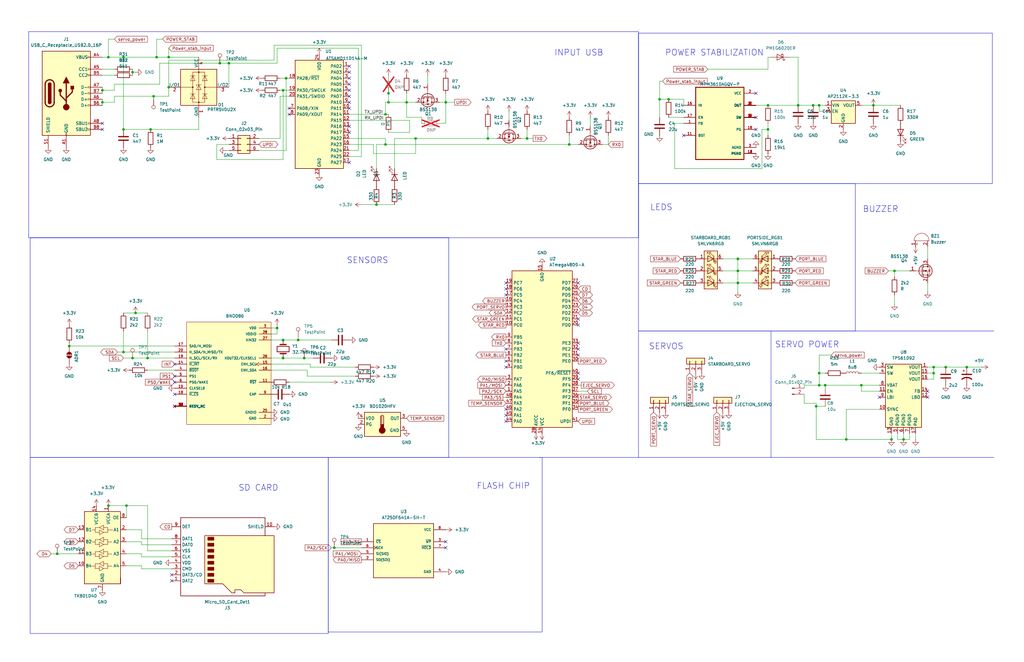
<source format=kicad_sch>
(kicad_sch (version 20231120) (generator "eeschema") (generator_version "8.0")
  (paper "USLedger")
  (junction (at 71.12 24.13))
  (junction (at 162.56 48.26))
  (junction (at 345.44 157.48))
  (junction (at 71.12 36.83))
  (junction (at 323.85 54.61))
  (junction (at 43.18 43.18))
  (junction (at 119.38 151.13))
  (junction (at 119.38 143.51))
  (junction (at 368.3 44.45))
  (junction (at 171.45 43.18))
  (junction (at 356.87 185.42))
  (junction (at 240.03 60.96))
  (junction (at 24.13 233.68))
  (junction (at 125.73 143.51))
  (junction (at 345.44 162.56))
  (junction (at 162.56 60.96))
  (junction (at 205.74 58.42))
  (junction (at 66.04 24.13))
  (junction (at 311.15 114.3))
  (junction (at 222.25 58.42))
  (junction (at 62.23 151.13))
  (junction (at 381 185.42))
  (junction (at 55.88 30.48))
  (junction (at 344.17 171.45))
  (junction (at 120.65 33.02))
  (junction (at 163.83 43.18))
  (junction (at 45.72 213.36))
  (junction (at 92.71 26.67))
  (junction (at 55.88 151.13))
  (junction (at 96.52 26.67))
  (junction (at 336.55 44.45))
  (junction (at 278.13 41.91))
  (junction (at 43.18 38.1))
  (junction (at 311.15 119.38))
  (junction (at 29.21 146.05))
  (junction (at 140.97 231.14))
  (junction (at 53.34 213.36))
  (junction (at 281.94 41.91))
  (junction (at 398.78 154.94))
  (junction (at 52.07 24.13))
  (junction (at 393.7 157.48))
  (junction (at 116.84 138.43))
  (junction (at 57.15 132.08))
  (junction (at 187.96 43.18))
  (junction (at 45.72 24.13))
  (junction (at 52.07 148.59))
  (junction (at 175.26 58.42))
  (junction (at 128.27 151.13))
  (junction (at 64.77 40.64))
  (junction (at 342.9 44.45))
  (junction (at 393.7 154.94))
  (junction (at 377.19 114.3))
  (junction (at 375.92 185.42))
  (junction (at 347.98 162.56))
  (junction (at 345.44 44.45))
  (junction (at 158.75 86.36))
  (junction (at 363.22 162.56))
  (junction (at 323.85 44.45))
  (junction (at 52.07 54.61))
  (junction (at 63.5 54.61))
  (junction (at 163.83 39.37))
  (junction (at 407.67 154.94))
  (junction (at 119.38 38.1))
  (junction (at 311.15 109.22))
  (no_connect (at 243.84 137.16))
  (no_connect (at 73.66 158.75))
  (no_connect (at 147.32 55.88))
  (no_connect (at 213.36 154.94))
  (no_connect (at 391.16 165.1))
  (no_connect (at 391.16 167.64))
  (no_connect (at 73.66 153.67))
  (no_connect (at 147.32 33.02))
  (no_connect (at 147.32 53.34))
  (no_connect (at 147.32 27.94))
  (no_connect (at 147.32 40.64))
  (no_connect (at 147.32 38.1))
  (no_connect (at 243.84 147.32))
  (no_connect (at 121.92 48.26))
  (no_connect (at 318.77 54.61))
  (no_connect (at 213.36 177.8))
  (no_connect (at 288.29 57.15))
  (no_connect (at 147.32 43.18))
  (no_connect (at 43.18 54.61))
  (no_connect (at 147.32 30.48))
  (no_connect (at 243.84 149.86))
  (no_connect (at 243.84 160.02))
  (no_connect (at 121.92 45.72))
  (no_connect (at 213.36 152.4))
  (no_connect (at 73.66 171.45))
  (no_connect (at 73.66 166.37))
  (no_connect (at 370.84 167.64))
  (no_connect (at 213.36 172.72))
  (no_connect (at 243.84 144.78))
  (no_connect (at 213.36 175.26))
  (no_connect (at 243.84 134.62))
  (no_connect (at 72.39 242.57))
  (no_connect (at 147.32 68.58))
  (no_connect (at 72.39 245.11))
  (no_connect (at 213.36 124.46))
  (no_connect (at 147.32 45.72))
  (no_connect (at 187.96 231.14))
  (no_connect (at 213.36 119.38))
  (no_connect (at 147.32 35.56))
  (no_connect (at 213.36 147.32))
  (no_connect (at 243.84 157.48))
  (no_connect (at 243.84 119.38))
  (no_connect (at 187.96 228.6))
  (no_connect (at 43.18 52.07))
  (no_connect (at 318.77 39.37))
  (no_connect (at 73.66 161.29))
  (no_connect (at 213.36 121.92))
  (no_connect (at 318.77 49.53))
  (wire (pts (xy 311.15 123.19) (xy 311.15 119.38)))
  (wire (pts (xy 53.34 213.36) (xy 62.23 213.36)))
  (wire (pts (xy 162.56 58.42) (xy 162.56 60.96)))
  (wire (pts (xy 43.18 24.13) (xy 45.72 24.13)))
  (wire (pts (xy 386.08 185.42) (xy 386.08 182.88)))
  (wire (pts (xy 68.58 16.51) (xy 66.04 16.51)))
  (wire (pts (xy 398.78 154.94) (xy 407.67 154.94)))
  (wire (pts (xy 125.73 142.24) (xy 125.73 143.51)))
  (wire (pts (xy 119.38 151.13) (xy 128.27 151.13)))
  (wire (pts (xy 114.3 140.97) (xy 116.84 140.97)))
  (wire (pts (xy 71.12 25.4) (xy 115.57 25.4)))
  (wire (pts (xy 345.44 162.56) (xy 347.98 162.56)))
  (wire (pts (xy 120.65 33.02) (xy 118.11 33.02)))
  (wire (pts (xy 147.32 48.26) (xy 162.56 48.26)))
  (wire (pts (xy 118.11 40.64) (xy 121.92 40.64)))
  (wire (pts (xy 377.19 114.3) (xy 383.54 114.3)))
  (wire (pts (xy 311.15 109.22) (xy 317.5 109.22)))
  (wire (pts (xy 284.48 52.07) (xy 284.48 71.12)))
  (wire (pts (xy 43.18 36.83) (xy 43.18 38.1)))
  (wire (pts (xy 256.54 60.96) (xy 254 60.96)))
  (wire (pts (xy 92.71 26.67) (xy 96.52 26.67)))
  (wire (pts (xy 116.84 26.67) (xy 116.84 20.32)))
  (wire (pts (xy 187.96 43.18) (xy 185.42 43.18)))
  (wire (pts (xy 71.12 20.32) (xy 71.12 24.13)))
  (wire (pts (xy 356.87 172.72) (xy 370.84 172.72)))
  (wire (pts (xy 240.03 60.96) (xy 243.84 60.96)))
  (polyline (pts (xy 325.12 193.04) (xy 325.12 139.7)))
  (wire (pts (xy 45.72 24.13) (xy 52.07 24.13)))
  (wire (pts (xy 109.22 63.5) (xy 120.65 63.5)))
  (wire (pts (xy 393.7 160.02) (xy 393.7 157.48)))
  (wire (pts (xy 212.09 167.64) (xy 213.36 167.64)))
  (wire (pts (xy 43.18 43.18) (xy 48.26 43.18)))
  (wire (pts (xy 114.3 143.51) (xy 119.38 143.51)))
  (wire (pts (xy 363.22 44.45) (xy 368.3 44.45)))
  (wire (pts (xy 304.8 114.3) (xy 311.15 114.3)))
  (wire (pts (xy 128.27 151.13) (xy 132.08 151.13)))
  (wire (pts (xy 62.23 156.21) (xy 73.66 156.21)))
  (wire (pts (xy 281.94 49.53) (xy 288.29 49.53)))
  (wire (pts (xy 163.83 43.18) (xy 171.45 43.18)))
  (wire (pts (xy 166.37 58.42) (xy 175.26 58.42)))
  (wire (pts (xy 115.57 19.05) (xy 152.4 19.05)))
  (wire (pts (xy 121.92 161.29) (xy 139.7 161.29)))
  (wire (pts (xy 83.82 54.61) (xy 83.82 49.53)))
  (wire (pts (xy 52.07 24.13) (xy 66.04 24.13)))
  (wire (pts (xy 278.13 34.29) (xy 278.13 41.91)))
  (wire (pts (xy 374.65 114.3) (xy 377.19 114.3)))
  (wire (pts (xy 391.16 104.14) (xy 391.16 109.22)))
  (wire (pts (xy 311.15 114.3) (xy 311.15 109.22)))
  (wire (pts (xy 205.74 58.42) (xy 209.55 58.42)))
  (wire (pts (xy 43.18 38.1) (xy 43.18 39.37)))
  (wire (pts (xy 318.77 44.45) (xy 323.85 44.45)))
  (wire (pts (xy 62.23 213.36) (xy 62.23 232.41)))
  (wire (pts (xy 323.85 24.13) (xy 325.12 24.13)))
  (wire (pts (xy 345.44 157.48) (xy 347.98 157.48)))
  (wire (pts (xy 323.85 44.45) (xy 336.55 44.45)))
  (wire (pts (xy 381 182.88) (xy 381 185.42)))
  (wire (pts (xy 163.83 39.37) (xy 163.83 43.18)))
  (wire (pts (xy 49.53 148.59) (xy 52.07 148.59)))
  (wire (pts (xy 119.38 143.51) (xy 125.73 143.51)))
  (wire (pts (xy 114.3 151.13) (xy 119.38 151.13)))
  (wire (pts (xy 91.44 60.96) (xy 96.52 60.96)))
  (wire (pts (xy 171.45 43.18) (xy 175.26 43.18)))
  (wire (pts (xy 43.18 43.18) (xy 43.18 44.45)))
  (wire (pts (xy 332.74 24.13) (xy 336.55 24.13)))
  (wire (pts (xy 391.16 157.48) (xy 393.7 157.48)))
  (wire (pts (xy 59.69 228.6) (xy 53.34 228.6)))
  (wire (pts (xy 304.8 119.38) (xy 311.15 119.38)))
  (wire (pts (xy 116.84 140.97) (xy 116.84 138.43)))
  (wire (pts (xy 158.75 86.36) (xy 166.37 86.36)))
  (wire (pts (xy 347.98 162.56) (xy 347.98 163.83)))
  (wire (pts (xy 279.4 34.29) (xy 278.13 34.29)))
  (wire (pts (xy 48.26 16.51) (xy 45.72 16.51)))
  (wire (pts (xy 63.5 54.61) (xy 83.82 54.61)))
  (wire (pts (xy 157.48 64.77) (xy 175.26 64.77)))
  (wire (pts (xy 52.07 24.13) (xy 52.07 54.61)))
  (wire (pts (xy 345.44 149.86) (xy 345.44 157.48)))
  (wire (pts (xy 245.11 162.56) (xy 243.84 162.56)))
  (wire (pts (xy 52.07 139.7) (xy 52.07 148.59)))
  (wire (pts (xy 66.04 24.13) (xy 71.12 24.13)))
  (wire (pts (xy 152.4 86.36) (xy 158.75 86.36)))
  (wire (pts (xy 114.3 156.21) (xy 129.54 156.21)))
  (wire (pts (xy 278.13 41.91) (xy 281.94 41.91)))
  (wire (pts (xy 52.07 148.59) (xy 73.66 148.59)))
  (wire (pts (xy 162.56 60.96) (xy 240.03 60.96)))
  (wire (pts (xy 321.31 54.61) (xy 323.85 54.61)))
  (wire (pts (xy 336.55 44.45) (xy 342.9 44.45)))
  (wire (pts (xy 323.85 29.21) (xy 298.45 29.21)))
  (wire (pts (xy 109.22 58.42) (xy 118.11 58.42)))
  (wire (pts (xy 55.88 29.21) (xy 55.88 30.48)))
  (wire (pts (xy 48.26 38.1) (xy 43.18 38.1)))
  (wire (pts (xy 147.32 60.96) (xy 157.48 60.96)))
  (wire (pts (xy 24.13 233.68) (xy 33.02 233.68)))
  (wire (pts (xy 163.83 36.83) (xy 163.83 39.37)))
  (wire (pts (xy 175.26 64.77) (xy 175.26 58.42)))
  (wire (pts (xy 281.94 41.91) (xy 288.29 41.91)))
  (wire (pts (xy 383.54 185.42) (xy 383.54 182.88)))
  (wire (pts (xy 344.17 171.45) (xy 344.17 170.18)))
  (wire (pts (xy 59.69 238.76) (xy 53.34 238.76)))
  (wire (pts (xy 116.84 20.32) (xy 151.13 20.32)))
  (wire (pts (xy 43.18 31.75) (xy 48.26 31.75)))
  (wire (pts (xy 311.15 114.3) (xy 317.5 114.3)))
  (wire (pts (xy 344.17 185.42) (xy 356.87 185.42)))
  (wire (pts (xy 53.34 213.36) (xy 53.34 218.44)))
  (wire (pts (xy 162.56 48.26) (xy 162.56 43.18)))
  (wire (pts (xy 350.52 149.86) (xy 345.44 149.86)))
  (wire (pts (xy 59.69 234.95) (xy 59.69 233.68)))
  (wire (pts (xy 344.17 171.45) (xy 347.98 171.45)))
  (wire (pts (xy 130.81 153.67) (xy 130.81 154.94)))
  (wire (pts (xy 59.69 233.68) (xy 53.34 233.68)))
  (wire (pts (xy 64.77 41.91) (xy 64.77 40.64)))
  (wire (pts (xy 222.25 58.42) (xy 224.79 58.42)))
  (wire (pts (xy 363.22 162.56) (xy 363.22 165.1)))
  (wire (pts (xy 345.44 46.99) (xy 347.98 46.99)))
  (wire (pts (xy 151.13 20.32) (xy 151.13 63.5)))
  (wire (pts (xy 43.18 41.91) (xy 43.18 43.18)))
  (wire (pts (xy 96.52 26.67) (xy 96.52 36.83)))
  (wire (pts (xy 311.15 109.22) (xy 304.8 109.22)))
  (wire (pts (xy 57.15 132.08) (xy 62.23 132.08)))
  (wire (pts (xy 71.12 24.13) (xy 83.82 24.13)))
  (wire (pts (xy 129.54 156.21) (xy 129.54 158.75)))
  (wire (pts (xy 356.87 185.42) (xy 375.92 185.42)))
  (wire (pts (xy 67.31 26.67) (xy 92.71 26.67)))
  (wire (pts (xy 342.9 44.45) (xy 345.44 44.45)))
  (wire (pts (xy 191.77 43.18) (xy 187.96 43.18)))
  (polyline (pts (xy 269.24 193.04) (xy 269.24 139.7)))
  (wire (pts (xy 248.92 49.53) (xy 248.92 53.34)))
  (wire (pts (xy 172.72 50.8) (xy 172.72 55.88)))
  (wire (pts (xy 321.31 71.12) (xy 321.31 54.61)))
  (wire (pts (xy 62.23 232.41) (xy 72.39 232.41)))
  (wire (pts (xy 407.67 154.94) (xy 414.02 154.94)))
  (wire (pts (xy 62.23 139.7) (xy 62.23 151.13)))
  (wire (pts (xy 171.45 39.37) (xy 171.45 43.18)))
  (wire (pts (xy 347.98 162.56) (xy 363.22 162.56)))
  (wire (pts (xy 185.42 52.07) (xy 187.96 52.07)))
  (wire (pts (xy 73.66 146.05) (xy 29.21 146.05)))
  (wire (pts (xy 55.88 30.48) (xy 57.15 30.48)))
  (wire (pts (xy 363.22 162.56) (xy 370.84 162.56)))
  (wire (pts (xy 278.13 49.53) (xy 278.13 41.91)))
  (wire (pts (xy 129.54 158.75) (xy 149.86 158.75)))
  (wire (pts (xy 115.57 25.4) (xy 115.57 19.05)))
  (wire (pts (xy 66.04 16.51) (xy 66.04 24.13)))
  (wire (pts (xy 118.11 58.42) (xy 118.11 40.64)))
  (wire (pts (xy 240.03 57.15) (xy 240.03 60.96)))
  (wire (pts (xy 166.37 58.42) (xy 166.37 71.12)))
  (wire (pts (xy 171.45 49.53) (xy 177.8 49.53)))
  (wire (pts (xy 162.56 48.26) (xy 163.83 48.26)))
  (wire (pts (xy 43.18 29.21) (xy 48.26 29.21)))
  (wire (pts (xy 158.75 60.96) (xy 158.75 71.12)))
  (wire (pts (xy 152.4 66.04) (xy 147.32 66.04)))
  (wire (pts (xy 247.65 165.1) (xy 243.84 165.1)))
  (wire (pts (xy 393.7 157.48) (xy 393.7 154.94)))
  (wire (pts (xy 91.44 67.31) (xy 91.44 60.96)))
  (wire (pts (xy 323.85 24.13) (xy 323.85 29.21)))
  (wire (pts (xy 67.31 35.56) (xy 67.31 26.67)))
  (wire (pts (xy 175.26 58.42) (xy 205.74 58.42)))
  (wire (pts (xy 59.69 229.87) (xy 72.39 229.87)))
  (wire (pts (xy 222.25 54.61) (xy 222.25 58.42)))
  (wire (pts (xy 118.11 38.1) (xy 119.38 38.1)))
  (wire (pts (xy 356.87 172.72) (xy 356.87 185.42)))
  (wire (pts (xy 71.12 36.83) (xy 71.12 25.4)))
  (wire (pts (xy 378.46 185.42) (xy 381 185.42)))
  (wire (pts (xy 205.74 54.61) (xy 205.74 58.42)))
  (wire (pts (xy 157.48 60.96) (xy 157.48 64.77)))
  (wire (pts (xy 59.69 227.33) (xy 59.69 223.52)))
  (wire (pts (xy 171.45 43.18) (xy 171.45 49.53)))
  (wire (pts (xy 45.72 16.51) (xy 45.72 24.13)))
  (wire (pts (xy 339.09 166.37) (xy 339.09 170.18)))
  (wire (pts (xy 162.56 43.18) (xy 163.83 43.18)))
  (wire (pts (xy 177.8 49.53) (xy 177.8 52.07)))
  (wire (pts (xy 311.15 119.38) (xy 311.15 114.3)))
  (wire (pts (xy 323.85 54.61) (xy 323.85 57.15)))
  (wire (pts (xy 344.17 171.45) (xy 344.17 185.42)))
  (wire (pts (xy 339.09 162.56) (xy 339.09 163.83)))
  (wire (pts (xy 311.15 119.38) (xy 317.5 119.38)))
  (wire (pts (xy 116.84 138.43) (xy 116.84 137.16)))
  (wire (pts (xy 52.07 151.13) (xy 55.88 151.13)))
  (wire (pts (xy 96.52 26.67) (xy 116.84 26.67)))
  (wire (pts (xy 381 185.42) (xy 383.54 185.42)))
  (wire (pts (xy 288.29 52.07) (xy 284.48 52.07)))
  (wire (pts (xy 59.69 223.52) (xy 53.34 223.52)))
  (wire (pts (xy 378.46 182.88) (xy 378.46 185.42)))
  (wire (pts (xy 21.59 233.68) (xy 24.13 233.68)))
  (wire (pts (xy 119.38 67.31) (xy 91.44 67.31)))
  (wire (pts (xy 180.34 31.75) (xy 180.34 35.56)))
  (wire (pts (xy 147.32 58.42) (xy 162.56 58.42)))
  (wire (pts (xy 48.26 35.56) (xy 48.26 38.1)))
  (wire (pts (xy 59.69 229.87) (xy 59.69 228.6)))
  (wire (pts (xy 368.3 44.45) (xy 379.73 44.45)))
  (wire (pts (xy 52.07 132.08) (xy 57.15 132.08)))
  (wire (pts (xy 55.88 151.13) (xy 62.23 151.13)))
  (wire (pts (xy 363.22 165.1) (xy 370.84 165.1)))
  (wire (pts (xy 391.16 160.02) (xy 393.7 160.02)))
  (wire (pts (xy 284.48 71.12) (xy 321.31 71.12)))
  (wire (pts (xy 151.13 63.5) (xy 147.32 63.5)))
  (wire (pts (xy 48.26 35.56) (xy 67.31 35.56)))
  (wire (pts (xy 377.19 114.3) (xy 377.19 116.84)))
  (wire (pts (xy 375.92 185.42) (xy 375.92 182.88)))
  (wire (pts (xy 288.29 41.91) (xy 288.29 44.45)))
  (wire (pts (xy 345.44 157.48) (xy 345.44 162.56)))
  (wire (pts (xy 256.54 57.15) (xy 256.54 60.96)))
  (wire (pts (xy 29.21 146.05) (xy 29.21 144.78)))
  (wire (pts (xy 152.4 19.05) (xy 152.4 66.04)))
  (polyline (pts (xy 227.33 193.04) (xy 419.1 193.04)))
  (wire (pts (xy 130.81 154.94) (xy 149.86 154.94)))
  (wire (pts (xy 214.63 46.99) (xy 214.63 50.8)))
  (wire (pts (xy 96.52 63.5) (xy 95.25 63.5)))
  (wire (pts (xy 336.55 24.13) (xy 336.55 44.45)))
  (wire (pts (xy 187.96 52.07) (xy 187.96 43.18)))
  (wire (pts (xy 114.3 138.43) (xy 116.84 138.43)))
  (wire (pts (xy 187.96 39.37) (xy 187.96 43.18)))
  (wire (pts (xy 121.92 33.02) (xy 120.65 33.02)))
  (wire (pts (xy 59.69 240.03) (xy 59.69 238.76)))
  (wire (pts (xy 45.72 213.36) (xy 53.34 213.36)))
  (wire (pts (xy 323.85 52.07) (xy 323.85 54.61)))
  (wire (pts (xy 119.38 38.1) (xy 119.38 67.31)))
  (wire (pts (xy 48.26 40.64) (xy 48.26 43.18)))
  (wire (pts (xy 120.65 63.5) (xy 120.65 33.02)))
  (wire (pts (xy 345.44 44.45) (xy 345.44 46.99)))
  (wire (pts (xy 64.77 40.64) (xy 71.12 40.64)))
  (wire (pts (xy 391.16 119.38) (xy 391.16 123.19)))
  (wire (pts (xy 222.25 58.42) (xy 219.71 58.42)))
  (wire (pts (xy 71.12 40.64) (xy 71.12 36.83)))
  (wire (pts (xy 158.75 60.96) (xy 162.56 60.96)))
  (wire (pts (xy 62.23 151.13) (xy 73.66 151.13)))
  (wire (pts (xy 119.38 38.1) (xy 121.92 38.1)))
  (wire (pts (xy 125.73 143.51) (xy 139.7 143.51)))
  (wire (pts (xy 55.88 30.48) (xy 55.88 31.75)))
  (wire (pts (xy 363.22 157.48) (xy 370.84 157.48)))
  (wire (pts (xy 140.97 231.14) (xy 152.4 231.14)))
  (wire (pts (xy 339.09 170.18) (xy 344.17 170.18)))
  (wire (pts (xy 393.7 154.94) (xy 398.78 154.94)))
  (wire (pts (xy 147.32 50.8) (xy 172.72 50.8)))
  (wire (pts (xy 377.19 124.46) (xy 377.19 128.27)))
  (wire (pts (xy 52.07 54.61) (xy 63.5 54.61)))
  (wire (pts (xy 48.26 40.64) (xy 64.77 40.64)))
  (wire (pts (xy 391.16 154.94) (xy 393.7 154.94)))
  (wire (pts (xy 172.72 55.88) (xy 163.83 55.88)))
  (polyline (pts (xy 269.24 139.7) (xy 419.1 139.7)))
  (wire (pts (xy 59.69 234.95) (xy 72.39 234.95)))
  (wire (pts (xy 339.09 162.56) (xy 345.44 162.56)))
  (wire (pts (xy 345.44 44.45) (xy 347.98 44.45)))
  (wire (pts (xy 139.7 231.14) (xy 140.97 231.14)))
  (wire (pts (xy 72.39 240.03) (xy 59.69 240.03)))
  (wire (pts (xy 59.69 227.33) (xy 72.39 227.33)))
  (wire (pts (xy 114.3 153.67) (xy 130.81 153.67)))
  (rectangle (start 12.065 13.335) (end 269.24 100.33))
  (rectangle (start 12.7 100.33) (end 189.23 193.04))
  (rectangle (start 138.43 193.04) (end 228.6 266.7))
  (rectangle (start 12.7 193.04) (end 138.43 267.335))
  (rectangle (start 269.24 13.97) (end 418.465 77.47))
  (rectangle (start 269.24 77.47) (end 360.68 139.7))
  (text "SD CARD\n" (at 108.966 205.994 0) (effects (font (size 2.54 2.54))))
  (text "INPUT USB" (at 244.094 22.352 0) (effects (font (size 2.54 2.54))))
  (text "BUZZER\n" (at 371.348 88.392 0) (effects (font (size 2.54 2.54))))
  (text "POWER STABILIZATION" (at 301.244 22.352 0) (effects (font (size 2.54 2.54))))
  (text "FLASH CHIP\n" (at 212.2747 205.1733 0) (effects (font (size 2.54 2.54))))
  (text "SENSORS " (at 155.956 109.982 0) (effects (font (size 2.54 2.54))))
  (text "SERVOS\n" (at 280.924 146.304 0) (effects (font (size 2.54 2.54))))
  (text "LEDS\n" (at 278.892 87.63 0) (effects (font (size 2.54 2.54))))
  (text "SERVO POWER\n\n" (at 340.36 147.574 0) (effects (font (size 2.54 2.54))))
  (label "RX_UPDI" (at 153.67 50.8 0))
  (label "TX_UPDI" (at 153.67 48.26 0))
  (global_label "EJEC_SERVO" (shape output) (at 245.11 162.56 0) (property "Intersheetrefs" "${INTERSHEET_REFS}" (effects (hide yes))))
  (global_label "SDA" (shape bidirectional) (at 49.53 148.59 180) (property "Intersheetrefs" "${INTERSHEET_REFS}" (effects (hide yes))))
  (global_label "TX0" (shape input) (at 213.36 144.78 180) (property "Intersheetrefs" "${INTERSHEET_REFS}" (effects (hide yes))))
  (global_label "RX0" (shape input) (at 256.54 60.96 0) (property "Intersheetrefs" "${INTERSHEET_REFS}" (effects (hide yes))))
  (global_label "BUZZER" (shape input) (at 374.65 114.3 180) (property "Intersheetrefs" "${INTERSHEET_REFS}" (effects (hide yes))))
  (global_label "STAR_RED" (shape input) (at 287.02 114.3 180) (property "Intersheetrefs" "${INTERSHEET_REFS}" (effects (hide yes))))
  (global_label "TX0" (shape output) (at 224.79 58.42 0) (property "Intersheetrefs" "${INTERSHEET_REFS}" (effects (hide yes))))
  (global_label "STAR_GREEN" (shape output) (at 213.36 134.62 180) (property "Intersheetrefs" "${INTERSHEET_REFS}" (effects (hide yes))))
  (global_label "PORT_BLUE" (shape output) (at 243.84 170.18 0) (property "Intersheetrefs" "${INTERSHEET_REFS}" (effects (hide yes))))
  (global_label "CD" (shape output) (at 72.39 222.25 180) (property "Intersheetrefs" "${INTERSHEET_REFS}" (effects (hide yes))))
  (global_label "UPDI" (shape input) (at 243.84 177.8 0) (property "Intersheetrefs" "${INTERSHEET_REFS}" (effects (hide yes))))
  (global_label "PA0{slash}MISO" (shape output) (at 213.36 160.02 180) (property "Intersheetrefs" "${INTERSHEET_REFS}" (effects (hide yes))))
  (global_label "POWER_STAB" (shape input) (at 68.58 16.51 0) (property "Intersheetrefs" "${INTERSHEET_REFS}" (effects (hide yes))))
  (global_label "Power_stab_input" (shape input) (at 71.12 20.32 0) (property "Intersheetrefs" "${INTERSHEET_REFS}" (effects (hide yes))))
  (global_label "SCL" (shape input) (at 52.07 151.13 180) (property "Intersheetrefs" "${INTERSHEET_REFS}" (effects (hide yes))))
  (global_label "PORT_SERVO" (shape input) (at 275.59 173.99 270) (property "Intersheetrefs" "${INTERSHEET_REFS}" (effects (hide yes))))
  (global_label "D4" (shape bidirectional) (at 21.59 233.68 180) (property "Intersheetrefs" "${INTERSHEET_REFS}" (effects (hide yes))))
  (global_label "PA2{slash}SCK" (shape input) (at 213.36 165.1 180) (property "Intersheetrefs" "${INTERSHEET_REFS}" (effects (hide yes))))
  (global_label "D6" (shape bidirectional) (at 243.84 127 0) (property "Intersheetrefs" "${INTERSHEET_REFS}" (effects (hide yes))))
  (global_label "D5" (shape bidirectional) (at 33.02 238.76 180) (property "Intersheetrefs" "${INTERSHEET_REFS}" (effects (hide yes))))
  (global_label "CD" (shape input) (at 243.84 121.92 0) (property "Intersheetrefs" "${INTERSHEET_REFS}" (effects (hide yes))))
  (global_label "PORT_RED" (shape output) (at 243.84 152.4 0) (property "Intersheetrefs" "${INTERSHEET_REFS}" (effects (hide yes))))
  (global_label "STAR_BLUE" (shape input) (at 287.02 109.22 180) (property "Intersheetrefs" "${INTERSHEET_REFS}" (effects (hide yes))))
  (global_label "RX0" (shape output) (at 213.36 142.24 180) (property "Intersheetrefs" "${INTERSHEET_REFS}" (effects (hide yes))))
  (global_label "servo_power" (shape input) (at 350.52 149.86 0) (property "Intersheetrefs" "${INTERSHEET_REFS}" (effects (hide yes))))
  (global_label "INT" (shape input) (at 73.66 153.67 180) (property "Intersheetrefs" "${INTERSHEET_REFS}" (effects (hide yes))))
  (global_label "PA1{slash}MOSI" (shape input) (at 152.4 233.68 180) (property "Intersheetrefs" "${INTERSHEET_REFS}" (effects (hide yes))))
  (global_label "D7" (shape bidirectional) (at 243.84 124.46 0) (property "Intersheetrefs" "${INTERSHEET_REFS}" (effects (hide yes))))
  (global_label "STAR_RED" (shape output) (at 213.36 137.16 180) (property "Intersheetrefs" "${INTERSHEET_REFS}" (effects (hide yes))))
  (global_label "UPDI" (shape bidirectional) (at 109.22 60.96 0) (property "Intersheetrefs" "${INTERSHEET_REFS}" (effects (hide yes))))
  (global_label "PORT_GREEN" (shape input) (at 335.28 119.38 0) (property "Intersheetrefs" "${INTERSHEET_REFS}" (effects (hide yes))))
  (global_label "PA2{slash}SCK" (shape input) (at 139.7 231.14 180) (property "Intersheetrefs" "${INTERSHEET_REFS}" (effects (hide yes))))
  (global_label "PORT_BLUE" (shape input) (at 335.28 109.22 0) (property "Intersheetrefs" "${INTERSHEET_REFS}" (effects (hide yes))))
  (global_label "POWER_STAB" (shape input) (at 298.45 29.21 180) (property "Intersheetrefs" "${INTERSHEET_REFS}" (effects (hide yes))))
  (global_label "TEMP_SENSOR" (shape input) (at 171.45 176.53 0) (property "Intersheetrefs" "${INTERSHEET_REFS}" (effects (hide yes))))
  (global_label "STAR_GREEN" (shape input) (at 287.02 119.38 180) (property "Intersheetrefs" "${INTERSHEET_REFS}" (effects (hide yes))))
  (global_label "PA0{slash}MISO" (shape output) (at 152.4 236.22 180) (property "Intersheetrefs" "${INTERSHEET_REFS}" (effects (hide yes))))
  (global_label "SCL" (shape input) (at 247.65 165.1 0) (property "Intersheetrefs" "${INTERSHEET_REFS}" (effects (hide yes))))
  (global_label "D6" (shape bidirectional) (at 33.02 228.6 180) (property "Intersheetrefs" "${INTERSHEET_REFS}" (effects (hide yes))))
  (global_label "D4" (shape bidirectional) (at 243.84 129.54 0) (property "Intersheetrefs" "${INTERSHEET_REFS}" (effects (hide yes))))
  (global_label "BUZZER" (shape output) (at 213.36 127 180) (property "Intersheetrefs" "${INTERSHEET_REFS}" (effects (hide yes))))
  (global_label "STAR_SERVO" (shape input) (at 290.83 157.48 270) (property "Intersheetrefs" "${INTERSHEET_REFS}" (effects (hide yes))))
  (global_label "PA1{slash}MOSI" (shape input) (at 213.36 162.56 180) (property "Intersheetrefs" "${INTERSHEET_REFS}" (effects (hide yes))))
  (global_label "PORT_SERVO" (shape output) (at 213.36 129.54 180) (property "Intersheetrefs" "${INTERSHEET_REFS}" (effects (hide yes))))
  (global_label "EJEC_SERVO" (shape input) (at 302.26 173.99 270) (property "Intersheetrefs" "${INTERSHEET_REFS}" (effects (hide yes))))
  (global_label "SDA" (shape bidirectional) (at 213.36 132.08 180) (property "Intersheetrefs" "${INTERSHEET_REFS}" (effects (hide yes))))
  (global_label "D7" (shape bidirectional) (at 33.02 223.52 180) (property "Intersheetrefs" "${INTERSHEET_REFS}" (effects (hide yes))))
  (global_label "PS0{slash}WAKE" (shape input) (at 73.66 161.29 180) (property "Intersheetrefs" "${INTERSHEET_REFS}" (effects (hide yes))))
  (global_label "servo_power" (shape input) (at 48.26 16.51 0) (property "Intersheetrefs" "${INTERSHEET_REFS}" (effects (hide yes))))
  (global_label "TEMP_SENSOR" (shape input) (at 213.36 170.18 180) (property "Intersheetrefs" "${INTERSHEET_REFS}" (effects (hide yes))))
  (global_label "UPDI" (shape output) (at 191.77 43.18 0) (property "Intersheetrefs" "${INTERSHEET_REFS}" (effects (hide yes))))
  (global_label "Power_stab_input" (shape input) (at 279.4 34.29 0) (property "Intersheetrefs" "${INTERSHEET_REFS}" (effects (hide yes))))
  (global_label "D5" (shape bidirectional) (at 243.84 132.08 0) (property "Intersheetrefs" "${INTERSHEET_REFS}" (effects (hide yes))))
  (global_label "PORT_RED" (shape input) (at 335.28 114.3 0) (property "Intersheetrefs" "${INTERSHEET_REFS}" (effects (hide yes))))
  (global_label "PA3{slash}SS" (shape passive) (at 152.4 228.6 180) (property "Intersheetrefs" "${INTERSHEET_REFS}" (effects (hide yes))))
  (global_label "PS1" (shape input) (at 73.66 158.75 180) (property "Intersheetrefs" "${INTERSHEET_REFS}" (effects (hide yes))))
  (global_label "STAR_BLUE" (shape output) (at 213.36 149.86 180) (property "Intersheetrefs" "${INTERSHEET_REFS}" (effects (hide yes))))
  (global_label "PORT_GREEN" (shape output) (at 243.84 172.72 0) (property "Intersheetrefs" "${INTERSHEET_REFS}" (effects (hide yes))))
  (global_label "PA3{slash}SS" (shape passive) (at 212.09 167.64 180) (property "Intersheetrefs" "${INTERSHEET_REFS}" (effects (hide yes))))
  (global_label "STAR_SERVO" (shape output) (at 243.84 167.64 0) (property "Intersheetrefs" "${INTERSHEET_REFS}" (effects (hide yes))))
  (symbol (lib_id "power:GND") (at 171.45 181.61 0) (unit 1)
    (property "Reference" "#PWR075" (effects (hide yes)))
    (property "Value" "GND" (at 171.45 186.69 0))
    (property "Description" "Power symbol creates a global label with name \"GND\" , ground" (effects (hide yes)))
  )
  (symbol (lib_id "power:GND") (at 151.13 179.07 0) (unit 1)
    (property "Reference" "#PWR024" (effects (hide yes)))
    (property "Value" "GND" (at 151.13 184.15 0))
    (property "Description" "Power symbol creates a global label with name \"GND\" , ground" (effects (hide yes)))
  )
  (symbol (lib_id "Device:R") (at 118.11 161.29 90) (unit 1)
    (property "Reference" "R18" (at 120.65 163.322 90))
    (property "Value" "10k" (at 116.332 163.322 90))
    (property "Footprint" "Resistor_SMD:R_0402_1005Metric" (effects (hide yes)))
    (property "Description" "Resistor" (effects (hide yes)))
  )
  (symbol (lib_id "Connector:TestPoint") (at 24.13 233.68 0) (unit 1)
    (property "Reference" "TP3" (at 26.67 229.1079 0) (effects (justify left)))
    (property "Value" "TestPoint" (at 26.67 231.6479 0) (effects (justify left)))
    (property "Description" "test point" (effects (hide yes)))
  )
  (symbol (lib_id "power:GND") (at 114.3 173.99 90) (unit 1)
    (property "Reference" "#PWR036" (effects (hide yes)))
    (property "Value" "GND" (at 118.11 173.9899 90) (effects (justify right)))
    (property "Description" "Power symbol creates a global label with name \"GND\" , ground" (effects (hide yes)))
  )
  (symbol (lib_id "Connector:TestPoint") (at 55.88 151.13 0) (unit 1)
    (property "Reference" "TP7" (at 58.42 146.5579 0) (effects (justify left)))
    (property "Value" "TestPoint" (at 58.42 149.0979 0) (effects (justify left)))
    (property "Description" "test point" (effects (hide yes)))
  )
  (symbol (lib_id "Device:R") (at 290.83 109.22 90) (unit 1)
    (property "Reference" "R25" (at 290.83 109.474 90))
    (property "Value" "220" (at 290.83 111.506 90))
    (property "Footprint" "Resistor_SMD:R_0402_1005Metric" (effects (hide yes)))
    (property "Description" "Resistor" (effects (hide yes)))
  )
  (symbol (lib_id "power:GND") (at 398.78 162.56 0) (unit 1)
    (property "Reference" "#PWR066" (effects (hide yes)))
    (property "Value" "GND" (at 398.78 167.64 0))
    (property "Description" "Power symbol creates a global label with name \"GND\" , ground" (effects (hide yes)))
  )
  (symbol (lib_id "Device:C") (at 336.55 48.26 0) (unit 1)
    (property "Reference" "C5" (at 340.36 46.9899 0) (effects (justify left)))
    (property "Value" "22u" (at 340.36 49.5299 0) (effects (justify left)))
    (property "Footprint" "Capacitor_SMD:C_0201_0603Metric" (effects (hide yes)))
    (property "Description" "Unpolarized capacitor" (effects (hide yes)))
  )
  (symbol (lib_id "power:GND") (at 391.16 123.19 0) (unit 1)
    (property "Reference" "#PWR070" (effects (hide yes)))
    (property "Value" "GND" (at 391.16 128.27 0))
    (property "Description" "Power symbol creates a global label with name \"GND\" , ground" (effects (hide yes)))
  )
  (symbol (lib_id "power:+3.3V") (at 57.15 132.08 0) (unit 1)
    (property "Reference" "#PWR043" (effects (hide yes)))
    (property "Value" "+3.3V" (at 57.15 127 0))
    (property "Description" "Power symbol creates a global label with name \"+3.3V\"" (effects (hide yes)))
  )
  (symbol (lib_id "Device:C") (at 52.07 58.42 0) (unit 1)
    (property "Reference" "C1" (at 55.88 57.1499 0) (effects (justify left)))
    (property "Value" "4n7" (at 55.88 59.6899 0) (effects (justify left)))
    (property "Footprint" "Capacitor_SMD:C_0201_0603Metric" (effects (hide yes)))
    (property "Description" "Unpolarized capacitor" (effects (hide yes)))
  )
  (symbol (lib_id "Device:R") (at 205.74 50.8 0) (unit 1)
    (property "Reference" "R10" (at 208.28 49.5299 0) (effects (justify left)))
    (property "Value" "4k7" (at 208.28 52.0699 0) (effects (justify left)))
    (property "Footprint" "Resistor_SMD:R_0402_1005Metric" (effects (hide yes)))
    (property "Description" "Resistor" (effects (hide yes)))
  )
  (symbol (lib_id "power:GND") (at 318.77 62.23 180) (unit 1)
    (property "Reference" "#PWR068" (effects (hide yes)))
    (property "Value" "GND" (at 318.77 57.15 0))
    (property "Description" "Power symbol creates a global label with name \"GND\" , ground" (effects (hide yes)))
  )
  (symbol (lib_id "power:+3.3V") (at 228.6 182.88 180) (unit 1)
    (property "Reference" "#PWR054" (effects (hide yes)))
    (property "Value" "+3.3V" (at 226.822 186.944 0))
    (property "Description" "Power symbol creates a global label with name \"+3.3V\"" (effects (hide yes)))
  )
  (symbol (lib_id "Device:R") (at 331.47 119.38 90) (unit 1)
    (property "Reference" "R30" (at 331.724 119.634 90))
    (property "Value" "220" (at 331.47 122.682 90))
    (property "Footprint" "Resistor_SMD:R_0402_1005Metric" (effects (hide yes)))
    (property "Description" "Resistor" (effects (hide yes)))
  )
  (symbol (lib_id "power:GND") (at 307.34 173.99 0) (unit 1)
    (property "Reference" "#PWR064" (effects (hide yes)))
    (property "Value" "GND" (at 307.3401 177.8 90) (effects (justify right)))
    (property "Description" "Power symbol creates a global label with name \"GND\" , ground" (effects (hide yes)))
  )
  (symbol (lib_id "Logic_LevelTranslator:TXB0104D") (at 43.18 231.14 0) (mirror y) (unit 1)
    (property "Reference" "U7" (at 40.9859 248.92 0) (effects (justify left)))
    (property "Value" "TXB0104D" (at 40.9859 251.46 0) (effects (justify left)))
    (property "Footprint" "Package_SO:SOIC-14_3.9x8.7mm_P1.27mm" (effects (hide yes)))
    (property "Datasheet" "http://www.ti.com/lit/ds/symlink/txb0104.pdf" (effects (hide yes)))
    (property "Description" "4-Bit Bidirectional Voltage-Level Translator, Auto Direction Sensing and ±15-kV ESD Protection, 1.2 - 3.6V APort, 1.65 - 5.5V BPort, SOIC-14" (effects (hide yes)))
  )
  (symbol (lib_id "Device:R") (at 114.3 33.02 90) (unit 1)
    (property "Reference" "R11" (at 110.998 35.306 90))
    (property "Value" "4k7" (at 114.808 35.306 90))
    (property "Footprint" "Resistor_SMD:R_0402_1005Metric" (effects (hide yes)))
    (property "Description" "Resistor" (effects (hide yes)))
  )
  (symbol (lib_id "power:GND") (at 121.92 166.37 90) (unit 1)
    (property "Reference" "#PWR039" (effects (hide yes)))
    (property "Value" "GND" (at 125.73 166.3699 90) (effects (justify right)))
    (property "Description" "Power symbol creates a global label with name \"GND\" , ground" (effects (hide yes)))
  )
  (symbol (lib_id "power:+3.3V") (at 110.49 33.02 90) (unit 1)
    (property "Reference" "#PWR07" (effects (hide yes)))
    (property "Value" "+3.3V" (at 106.68 33.0199 90) (effects (justify left)))
    (property "Description" "Power symbol creates a global label with name \"+3.3V\"" (effects (hide yes)))
  )
  (symbol (lib_id "Device:C") (at 347.98 167.64 0) (unit 1)
    (property "Reference" "C8" (at 348.742 170.18 0) (effects (justify left)))
    (property "Value" "10u" (at 348.742 172.72 0) (effects (justify left)))
    (property "Footprint" "Capacitor_SMD:C_0201_0603Metric" (effects (hide yes)))
    (property "Description" "Unpolarized capacitor" (effects (hide yes)))
  )
  (symbol (lib_id "Device:C") (at 135.89 151.13 90) (unit 1)
    (property "Reference" "C2" (at 136.144 146.812 90))
    (property "Value" "22p" (at 139.954 153.67 90))
    (property "Footprint" "Capacitor_SMD:C_0201_0603Metric" (effects (hide yes)))
    (property "Description" "Unpolarized capacitor" (effects (hide yes)))
  )
  (symbol (lib_id "power:GND") (at 27.94 62.23 0) (unit 1)
    (property "Reference" "#PWR027" (effects (hide yes)))
    (property "Value" "GND" (at 27.94 67.31 0))
    (property "Description" "Power symbol creates a global label with name \"GND\" , ground" (effects (hide yes)))
  )
  (symbol (lib_id "Device:R") (at 62.23 135.89 0) (unit 1)
    (property "Reference" "R22" (at 64.77 134.6199 0) (effects (justify left)))
    (property "Value" "2k2" (at 64.77 137.1599 0) (effects (justify left)))
    (property "Footprint" "Resistor_SMD:R_0402_1005Metric" (effects (hide yes)))
    (property "Description" "Resistor" (effects (hide yes)))
  )
  (symbol (lib_id "Connector:TestPoint") (at 128.27 151.13 0) (unit 1)
    (property "Reference" "TP6" (at 130.81 146.5579 0) (effects (justify left)))
    (property "Value" "TestPoint" (at 130.81 149.0979 0) (effects (justify left)))
    (property "Description" "test point" (effects (hide yes)))
  )
  (symbol (lib_id "Device:R") (at 281.94 45.72 0) (unit 1)
    (property "Reference" "R14" (at 284.48 44.4499 0) (effects (justify left)))
    (property "Value" "100k" (at 284.48 46.9899 0) (effects (justify left)))
    (property "Footprint" "Resistor_SMD:R_0402_1005Metric" (effects (hide yes)))
    (property "Description" "Resistor" (effects (hide yes)))
  )
  (symbol (lib_id "Device:R") (at 153.67 158.75 90) (unit 1)
    (property "Reference" "R20" (at 156.21 160.782 90))
    (property "Value" "4k7" (at 151.892 160.782 90))
    (property "Footprint" "Resistor_SMD:R_0402_1005Metric" (effects (hide yes)))
    (property "Description" "Resistor" (effects (hide yes)))
  )
  (symbol (lib_id "power:GND") (at 52.07 62.23 0) (unit 1)
    (property "Reference" "#PWR02" (effects (hide yes)))
    (property "Value" "GND" (at 52.07 67.31 0))
    (property "Description" "Power symbol creates a global label with name \"GND\" , ground" (effects (hide yes)))
  )
  (symbol (lib_id "Device:C") (at 118.11 166.37 90) (unit 1)
    (property "Reference" "C7" (at 116.586 170.434 90))
    (property "Value" "0u1" (at 121.158 170.688 90))
    (property "Footprint" "Capacitor_SMD:C_0201_0603Metric" (effects (hide yes)))
    (property "Description" "Unpolarized capacitor" (effects (hide yes)))
  )
  (symbol (lib_id "Device:R") (at 153.67 154.94 90) (unit 1)
    (property "Reference" "R19" (at 156.21 156.972 90))
    (property "Value" "4k7" (at 151.892 156.972 90))
    (property "Footprint" "Resistor_SMD:R_0402_1005Metric" (effects (hide yes)))
    (property "Description" "Resistor" (effects (hide yes)))
  )
  (symbol (lib_id "LED:SMLVN6RGB") (at 299.72 114.3 0) (unit 1)
    (property "Reference" "STARBOARD_RGB1" (at 299.72 100.33 0))
    (property "Value" "SMLVN6RGB" (at 299.72 102.87 0))
    (property "Footprint" "LED_SMD:LED_ROHM_SMLVN6" (effects (hide yes)))
    (property "Datasheet" "https://www.rohm.com/datasheet/SMLVN6RGB1U" (effects (hide yes)))
    (property "Description" "High Brightness Tri-Color LED, RGB, 3.5x2.8mm" (effects (hide yes)))
  )
  (symbol (lib_id "Connector:TestPoint") (at 140.97 231.14 0) (unit 1)
    (property "Reference" "TP4" (at 143.51 226.5679 0) (effects (justify left)))
    (property "Value" "TestPoint" (at 143.51 229.1079 0) (effects (justify left)))
    (property "Description" "test point" (effects (hide yes)))
  )
  (symbol (lib_id "Device:R") (at 377.19 120.65 0) (unit 1)
    (property "Reference" "2k2" (at 379.73 119.3799 0) (effects (justify left)))
    (property "Value" "R" (at 379.73 121.9199 0) (effects (justify left)))
    (property "Description" "Resistor" (effects (hide yes)))
  )
  (symbol (lib_id "Device:R") (at 256.54 53.34 0) (unit 1)
    (property "Reference" "R12" (at 259.08 52.0699 0) (effects (justify left)))
    (property "Value" "4k7" (at 259.08 54.6099 0) (effects (justify left)))
    (property "Footprint" "Resistor_SMD:R_0402_1005Metric" (effects (hide yes)))
    (property "Description" "Resistor" (effects (hide yes)))
  )
  (symbol (lib_id "power:+3.3V") (at 163.83 31.75 0) (unit 1)
    (property "Reference" "#PWR015" (effects (hide yes)))
    (property "Value" "+3.3V" (at 163.83 26.67 0))
    (property "Description" "Power symbol creates a global label with name \"+3.3V\"" (effects (hide yes)))
  )
  (symbol (lib_id "Device:R") (at 63.5 58.42 0) (unit 1)
    (property "Reference" "R1" (at 66.04 57.1499 0) (effects (justify left)))
    (property "Value" "1M" (at 66.04 59.6899 0) (effects (justify left)))
    (property "Footprint" "Resistor_SMD:R_0402_1005Metric" (effects (hide yes)))
    (property "Description" "Resistor" (effects (hide yes)))
  )
  (symbol (lib_id "Device:C_Polarized_US") (at 407.67 158.75 0) (unit 1)
    (property "Reference" "C10" (at 409.956 156.464 0) (effects (justify left)))
    (property "Value" "100u" (at 409.702 162.306 0) (effects (justify left)))
    (property "Footprint" "Capacitor_SMD:CP_Elec_6.3x5.4" (effects (hide yes)))
    (property "Description" "Polarized capacitor, US symbol" (effects (hide yes)))
  )
  (symbol (lib_id "power:GND") (at 355.6 54.61 0) (unit 1)
    (property "Reference" "#PWR030" (effects (hide yes)))
    (property "Value" "GND" (at 355.6 59.69 0))
    (property "Description" "Power symbol creates a global label with name \"GND\" , ground" (effects (hide yes)))
  )
  (symbol (lib_id "Device:Crystal") (at 119.38 147.32 90) (unit 1)
    (property "Reference" "Y1" (at 123.19 146.0499 90) (effects (justify right)))
    (property "Value" "32.768kHz" (at 123.19 148.5899 90) (effects (justify right)))
    (property "Footprint" "Crystal:Crystal_C26-LF_D2.1mm_L6.5mm_Vertical" (effects (hide yes)))
    (property "Description" "Two pin crystal" (effects (hide yes)))
  )
  (symbol (lib_id "power:+3.3V") (at 139.7 161.29 270) (unit 1)
    (property "Reference" "#PWR040" (effects (hide yes)))
    (property "Value" "+3.3V" (at 143.51 161.2899 90) (effects (justify left)))
    (property "Description" "Power symbol creates a global label with name \"+3.3V\"" (effects (hide yes)))
  )
  (symbol (lib_id "Device:R") (at 187.96 35.56 0) (unit 1)
    (property "Reference" "R7" (at 190.5 34.2899 0) (effects (justify left)))
    (property "Value" "4k7" (at 190.5 36.8299 0) (effects (justify left)))
    (property "Footprint" "Resistor_SMD:R_0402_1005Metric" (effects (hide yes)))
    (property "Description" "Resistor" (effects (hide yes)))
  )
  (symbol (lib_id "power:GND") (at 29.21 153.67 0) (unit 1)
    (property "Reference" "#PWR045" (effects (hide yes)))
    (property "Value" "GND" (at 29.21 158.75 0))
    (property "Description" "Power symbol creates a global label with name \"GND\" , ground" (effects (hide yes)))
  )
  (symbol (lib_id "power:GND") (at 147.32 143.51 90) (unit 1)
    (property "Reference" "#PWR038" (effects (hide yes)))
    (property "Value" "GND" (at 151.13 143.5099 90) (effects (justify right)))
    (property "Description" "Power symbol creates a global label with name \"GND\" , ground" (effects (hide yes)))
  )
  (symbol (lib_id "Device:R") (at 181.61 52.07 90) (unit 1) (dnp yes)
    (property "Reference" "R8" (at 181.356 50.038 90))
    (property "Value" "DNP" (at 181.864 54.864 90))
    (property "Footprint" "Resistor_SMD:R_0402_1005Metric" (effects (hide yes)))
    (property "Description" "Resistor" (effects (hide yes)))
  )
  (symbol (lib_id "Connector_Generic:Conn_01x03") (at 293.37 152.4 90) (unit 1)
    (property "Reference" "J4" (at 298.45 151.1299 90) (effects (justify right)))
    (property "Value" "STARBOARD_SERVO" (at 298.45 153.6699 90) (effects (justify right)))
    (property "Footprint" "Connector_PinHeader_2.54mm:PinHeader_1x03_P2.54mm_Vertical" (effects (hide yes)))
    (property "Description" "Generic connector, single row, 01x03, script generated (kicad-library-utils/schlib/autogen/connector/)" (effects (hide yes)))
  )
  (symbol (lib_id "power:+5V") (at 293.37 157.48 180) (unit 1)
    (property "Reference" "#PWR059" (effects (hide yes)))
    (property "Value" "+5V" (at 293.3701 161.29 90) (effects (justify left)))
    (property "Description" "Power symbol creates a global label with name \"+5V\"" (effects (hide yes)))
  )
  (symbol (lib_id "Device:R") (at 379.73 48.26 0) (unit 1)
    (property "Reference" "R17" (at 382.27 46.9899 0) (effects (justify left)))
    (property "Value" "330R" (at 382.27 49.5299 0) (effects (justify left)))
    (property "Footprint" "Resistor_SMD:R_0402_1005Metric" (effects (hide yes)))
    (property "Description" "Resistor" (effects (hide yes)))
  )
  (symbol (lib_id "power:GND") (at 407.67 162.56 0) (unit 1)
    (property "Reference" "#PWR067" (effects (hide yes)))
    (property "Value" "GND" (at 407.67 167.64 0))
    (property "Description" "Power symbol creates a global label with name \"GND\" , ground" (effects (hide yes)))
  )
  (symbol (lib_id "Device:LED") (at 166.37 74.93 270) (unit 1)
    (property "Reference" "D3" (at 158.75 73.3425 0))
    (property "Value" "LED" (at 170.688 74.168 0))
    (property "Footprint" "LED_SMD:LED_0201_0603Metric" (effects (hide yes)))
    (property "Description" "Light emitting diode" (effects (hide yes)))
  )
  (symbol (lib_id "Device:C") (at 368.3 48.26 0) (unit 1)
    (property "Reference" "C6" (at 372.11 46.9899 0) (effects (justify left)))
    (property "Value" "1u" (at 372.11 49.5299 0) (effects (justify left)))
    (property "Footprint" "Capacitor_SMD:C_0201_0603Metric" (effects (hide yes)))
    (property "Description" "Unpolarized capacitor" (effects (hide yes)))
  )
  (symbol (lib_id "power:+5V") (at 386.08 104.14 180) (unit 1)
    (property "Reference" "#PWR071" (effects (hide yes)))
    (property "Value" "+5V" (at 386.0801 107.95 90) (effects (justify left)))
    (property "Description" "Power symbol creates a global label with name \"+5V\"" (effects (hide yes)))
  )
  (symbol (lib_id "BNO086:BNO086") (at 104.14 156.21 0) (unit 1)
    (property "Reference" "U6" (at 104.14 130.81 0))
    (property "Value" "BNO086" (at 99.06 133.35 0))
    (property "Footprint" "Package_LGA:LGA-28_5.2x3.8mm_P0.5mm" (effects (hide yes)))
    (property "MF" "CEVA Technologies, Inc." (effects (hide yes)))
    (property "MAXIMUM_PACKAGE_HEIGHT" "1.18mm" (effects (hide yes)))
    (property "Package" "TFLGA-28 CEVA Technologies, Inc." (effects (hide yes)))
    (property "Price" "None" (effects (hide yes)))
    (property "Check_prices" "https://www.snapeda.com/parts/BNO086/CEVA+Technologies%252C+Inc./view-part/?ref=eda" (effects (hide yes)))
    (property "STANDARD" "Manufacturer Recommendations" (effects (hide yes)))
    (property "PARTREV" "v1.17" (effects (hide yes)))
    (property "SnapEDA_Link" "https://www.snapeda.com/parts/BNO086/CEVA+Technologies%252C+Inc./view-part/?ref=snap" (effects (hide yes)))
    (property "MP" "BNO086" (effects (hide yes)))
    (property "Description_1" "\nAccelerometer, Gyroscope, Magnetometer, Temperature, 9 Axis Sensor I2C, SPI Output\n" (effects (hide yes)))
    (property "Availability" "In Stock" (effects (hide yes)))
    (property "MANUFACTURER" "Hillcrest Laboratories, Inc." (effects (hide yes)))
  )
  (symbol (lib_id "power:GND") (at 72.39 237.49 270) (unit 1)
    (property "Reference" "#PWR051" (effects (hide yes)))
    (property "Value" "GND" (at 68.58 237.4899 90) (effects (justify right)))
    (property "Description" "Power symbol creates a global label with name \"GND\" , ground" (effects (hide yes)))
  )
  (symbol (lib_id "power:GND") (at 342.9 52.07 0) (unit 1)
    (property "Reference" "#PWR073" (effects (hide yes)))
    (property "Value" "GND" (at 342.9 57.15 0))
    (property "Description" "Power symbol creates a global label with name \"GND\" , ground" (effects (hide yes)))
  )
  (symbol (lib_id "power:GND") (at 318.77 64.77 0) (unit 1)
    (property "Reference" "#PWR074" (effects (hide yes)))
    (property "Value" "GND" (at 318.77 69.85 0))
    (property "Description" "Power symbol creates a global label with name \"GND\" , ground" (effects (hide yes)))
  )
  (symbol (lib_id "Device:D_Zener") (at 163.83 35.56 270) (unit 1) (dnp yes)
    (property "Reference" "D4" (at 166.37 34.2899 90) (effects (justify left)))
    (property "Value" "DNP" (at 166.37 36.8299 90) (effects (justify left)))
    (property "Description" "Zener diode" (effects (hide yes)))
  )
  (symbol (lib_id "Sensor_Temperature:BD1020HFV") (at 161.29 179.07 0) (unit 1)
    (property "Reference" "U5" (at 161.29 168.91 0))
    (property "Value" "BD1020HFV" (at 161.29 171.45 0))
    (property "Footprint" "Package_TO_SOT_SMD:HVSOF5" (effects (hide yes)))
    (property "Datasheet" "http://rohmfs.rohm.com/en/products/databook/datasheet/ic/sensor/temperature/bd1020hfv-e.pdf" (effects (hide yes)))
    (property "Description" "Analog Output Temperature Sensor" (effects (hide yes)))
  )
  (symbol (lib_id "power:GND") (at 115.57 222.25 90) (unit 1)
    (property "Reference" "#PWR050" (effects (hide yes)))
    (property "Value" "GND" (at 119.38 222.2499 90) (effects (justify right)))
    (property "Description" "Power symbol creates a global label with name \"GND\" , ground" (effects (hide yes)))
  )
  (symbol (lib_id "power:+3.3V") (at 110.49 38.1 90) (unit 1)
    (property "Reference" "#PWR08" (effects (hide yes)))
    (property "Value" "+3.3V" (at 106.68 38.0999 90) (effects (justify left)))
    (property "Description" "Power symbol creates a global label with name \"+3.3V\"" (effects (hide yes)))
  )
  (symbol (lib_id "power:GND") (at 379.73 59.69 0) (unit 1)
    (property "Reference" "#PWR033" (effects (hide yes)))
    (property "Value" "GND" (at 379.73 64.77 0))
    (property "Description" "Power symbol creates a global label with name \"GND\" , ground" (effects (hide yes)))
  )
  (symbol (lib_id "power:+3.3V") (at 116.84 137.16 0) (unit 1)
    (property "Reference" "#PWR04" (effects (hide yes)))
    (property "Value" "+3.3V" (at 116.84 132.08 0))
    (property "Description" "Power symbol creates a global label with name \"+3.3V\"" (effects (hide yes)))
  )
  (symbol (lib_id "power:GND") (at 228.6 111.76 180) (unit 1)
    (property "Reference" "#PWR035" (effects (hide yes)))
    (property "Value" "GND" (at 228.6 106.68 0))
    (property "Description" "Power symbol creates a global label with name \"GND\" , ground" (effects (hide yes)))
  )
  (symbol (lib_id "power:+3.3V") (at 180.34 31.75 0) (unit 1)
    (property "Reference" "#PWR013" (effects (hide yes)))
    (property "Value" "+3.3V" (at 180.34 26.67 0))
    (property "Description" "Power symbol creates a global label with name \"+3.3V\"" (effects (hide yes)))
  )
  (symbol (lib_id "power:GND") (at 375.92 185.42 0) (unit 1)
    (property "Reference" "#PWR062" (effects (hide yes)))
    (property "Value" "GND" (at 375.92 190.5 0))
    (property "Description" "Power symbol creates a global label with name \"GND\" , ground" (effects (hide yes)))
  )
  (symbol (lib_id "power:GND") (at 95.25 63.5 270) (unit 1)
    (property "Reference" "#PWR09" (effects (hide yes)))
    (property "Value" "GND" (at 98.298 65.532 90) (effects (justify right)))
    (property "Description" "Power symbol creates a global label with name \"GND\" , ground" (effects (hide yes)))
  )
  (symbol (lib_id "power:+3.3V") (at 187.96 223.52 270) (unit 1)
    (property "Reference" "#PWR052" (effects (hide yes)))
    (property "Value" "+3.3V" (at 191.77 223.5199 90) (effects (justify left)))
    (property "Description" "Power symbol creates a global label with name \"+3.3V\"" (effects (hide yes)))
  )
  (symbol (lib_id "Connector:TestPoint") (at 64.77 41.91 180) (unit 1)
    (property "Reference" "TP1" (at 67.31 43.9419 0) (effects (justify right)))
    (property "Value" "TestPoint" (at 67.31 46.4819 0) (effects (justify right)))
    (property "Footprint" "TestPoint:TestPoint_Pad_1.0x1.0mm" (effects (hide yes)))
    (property "Description" "test point" (effects (hide yes)))
  )
  (symbol (lib_id "MCU_Microchip_SAMD:ATSAMD11D14A-M") (at 134.62 48.26 0) (unit 1)
    (property "Reference" "U1" (at 137.16 21.59 0) (effects (justify left)))
    (property "Value" "ATSAMD11D14A-M" (at 137.414 24.638 0) (effects (justify left)))
    (property "Footprint" "Package_DFN_QFN:QFN-24-1EP_4x4mm_P0.5mm_EP2.6x2.6mm" (effects (hide yes)))
    (property "Datasheet" "http://ww1.microchip.com/downloads/en/DeviceDoc/Atmel-42363-SAM-D11_Datasheet.pdf" (effects (hide yes)))
    (property "Description" "ARM Cortex-M0+ MCU, 48MHz, 16KB Flash, 4KB RAM, 1.6-3.6V, 22 GPIO, QFN-24" (effects (hide yes)))
  )
  (symbol (lib_id "power:+3.3V") (at 222.25 46.99 0) (unit 1)
    (property "Reference" "#PWR020" (effects (hide yes)))
    (property "Value" "+3.3V" (at 222.25 41.91 0))
    (property "Description" "Power symbol creates a global label with name \"+3.3V\"" (effects (hide yes)))
  )
  (symbol (lib_id "power:+3.3V") (at 54.61 156.21 90) (unit 1)
    (property "Reference" "#PWR046" (effects (hide yes)))
    (property "Value" "+3.3V" (at 50.8 156.2099 90) (effects (justify left)))
    (property "Description" "Power symbol creates a global label with name \"+3.3V\"" (effects (hide yes)))
  )
  (symbol (lib_id "Regulator_Switching:TPS61092") (at 381 167.64 0) (unit 1)
    (property "Reference" "U8" (at 381 148.59 0))
    (property "Value" "TPS61092" (at 381 151.13 0))
    (property "Footprint" "Package_DFN_QFN:DFN-10-1EP_3x3mm_P0.5mm_EP1.65x2.38mm_ThermalVias" (effects (hide yes)))
    (property "Datasheet" "http://www.ti.com/lit/ds/symlink/tps61090.pdf" (effects (hide yes)))
    (property "Description" "2A Step-Up DC-DC Converter for Batteries, Isw up to 2500mA, 5V Output Voltage, QFN-16" (effects (hide yes)))
  )
  (symbol (lib_id "Regulator_Linear:AP2112K-3.3") (at 355.6 46.99 0) (unit 1)
    (property "Reference" "U4" (at 355.6 38.1 0))
    (property "Value" "AP2112K-3.3" (at 355.6 40.64 0))
    (property "Footprint" "Package_TO_SOT_SMD:SOT-23-5" (effects (hide yes)))
    (property "Datasheet" "https://www.diodes.com/assets/Datasheets/AP2112.pdf" (effects (hide yes)))
    (property "Description" "600mA low dropout linear regulator, with enable pin, 3.8V-6V input voltage range, 3.3V fixed positive output, SOT-23-5" (effects (hide yes)))
  )
  (symbol (lib_id "power:+3.3V") (at 205.74 46.99 0) (unit 1)
    (property "Reference" "#PWR018" (effects (hide yes)))
    (property "Value" "+3.3V" (at 205.74 41.91 0))
    (property "Description" "Power symbol creates a global label with name \"+3.3V\"" (effects (hide yes)))
  )
  (symbol (lib_id "power:GND") (at 20.32 62.23 0) (unit 1)
    (property "Reference" "#PWR026" (effects (hide yes)))
    (property "Value" "GND" (at 20.32 67.31 0))
    (property "Description" "Power symbol creates a global label with name \"GND\" , ground" (effects (hide yes)))
  )
  (symbol (lib_id "power:+3.3V") (at 171.45 31.75 0) (unit 1)
    (property "Reference" "#PWR014" (effects (hide yes)))
    (property "Value" "+3.3V" (at 171.45 26.67 0))
    (property "Description" "Power symbol creates a global label with name \"+3.3V\"" (effects (hide yes)))
  )
  (symbol (lib_id "power:GND") (at 370.84 154.94 270) (unit 1)
    (property "Reference" "#PWR063" (effects (hide yes)))
    (property "Value" "GND" (at 369.824 152.146 90) (effects (justify right)))
    (property "Description" "Power symbol creates a global label with name \"GND\" , ground" (effects (hide yes)))
  )
  (symbol (lib_id "power:GND") (at 134.62 73.66 0) (unit 1)
    (property "Reference" "#PWR011" (effects (hide yes)))
    (property "Value" "GND" (at 134.62 78.74 0))
    (property "Description" "Power symbol creates a global label with name \"GND\" , ground" (effects (hide yes)))
  )
  (symbol (lib_id "Connector:Conn_01x02_Pin") (at 334.01 163.83 0) (unit 1)
    (property "Reference" "J6" (at 334.645 158.75 0))
    (property "Value" "Conn_01x02_Pin" (at 334.645 161.29 0))
    (property "Footprint" "Connector_PinHeader_2.54mm:PinHeader_1x02_P2.54mm_Vertical" (effects (hide yes)))
    (property "Description" "Generic connector, single row, 01x02, script generated" (effects (hide yes)))
  )
  (symbol (lib_id "Device:R") (at 58.42 156.21 90) (unit 1)
    (property "Reference" "R24" (at 58.166 153.67 90))
    (property "Value" "10k" (at 58.42 158.496 90))
    (property "Footprint" "Resistor_SMD:R_0402_1005Metric" (effects (hide yes)))
    (property "Description" "Resistor" (effects (hide yes)))
  )
  (symbol (lib_id "power:+3.3V") (at 248.92 49.53 0) (unit 1)
    (property "Reference" "#PWR021" (effects (hide yes)))
    (property "Value" "+3.3V" (at 248.92 44.45 0))
    (property "Description" "Power symbol creates a global label with name \"+3.3V\"" (effects (hide yes)))
  )
  (symbol (lib_id "Connector_Generic:Conn_01x03") (at 278.13 168.91 90) (unit 1)
    (property "Reference" "J5" (at 283.21 167.6399 90) (effects (justify right)))
    (property "Value" "PORTSIDE_SERVO" (at 282.956 170.688 90) (effects (justify right)))
    (property "Footprint" "Connector_PinHeader_2.54mm:PinHeader_1x03_P2.54mm_Vertical" (effects (hide yes)))
    (property "Description" "Generic connector, single row, 01x03, script generated (kicad-library-utils/schlib/autogen/connector/)" (effects (hide yes)))
  )
  (symbol (lib_id "power:+3.3V") (at 256.54 49.53 0) (unit 1)
    (property "Reference" "#PWR022" (effects (hide yes)))
    (property "Value" "+3.3V" (at 256.54 44.45 0))
    (property "Description" "Power symbol creates a global label with name \"+3.3V\"" (effects (hide yes)))
  )
  (symbol (lib_id "Device:R") (at 323.85 60.96 0) (unit 1)
    (property "Reference" "R16" (at 326.39 59.6899 0) (effects (justify left)))
    (property "Value" "19k1" (at 326.39 62.2299 0) (effects (justify left)))
    (property "Footprint" "Resistor_SMD:R_0402_1005Metric" (effects (hide yes)))
    (property "Description" "Resistor" (effects (hide yes)))
  )
  (symbol (lib_id "Connector:Micro_SD_Card_Det1") (at 95.25 234.95 0) (mirror x) (unit 1)
    (property "Reference" "J3" (at 95.885 256.54 0))
    (property "Value" "Micro_SD_Card_Det1" (at 95.885 254 0))
    (property "Footprint" "Connector_Card:microSD_HC_Molex_104031-0811" (effects (hide yes)))
    (property "Datasheet" "https://datasheet.lcsc.com/lcsc/2110151630_XKB-Connectivity-XKTF-015-N_C381082.pdf" (effects (hide yes)))
    (property "Description" "Micro SD Card Socket with one card detection pin" (effects (hide yes)))
  )
  (symbol (lib_id "power:+3.3V") (at 187.96 31.75 0) (unit 1)
    (property "Reference" "#PWR016" (effects (hide yes)))
    (property "Value" "+3.3V" (at 187.96 26.67 0))
    (property "Description" "Power symbol creates a global label with name \"+3.3V\"" (effects (hide yes)))
  )
  (symbol (lib_id "power:+3.3V") (at 96.52 58.42 90) (unit 1)
    (property "Reference" "#PWR010" (effects (hide yes)))
    (property "Value" "+3.3V" (at 92.71 58.4199 90) (effects (justify left)))
    (property "Description" "Power symbol creates a global label with name \"+3.3V\"" (effects (hide yes)))
  )
  (symbol (lib_id "Device:C") (at 143.51 143.51 90) (unit 1)
    (property "Reference" "C3" (at 143.51 139.446 90))
    (property "Value" "22p" (at 143.51 148.336 90))
    (property "Footprint" "Capacitor_SMD:C_0201_0603Metric" (effects (hide yes)))
    (property "Description" "Unpolarized capacitor" (effects (hide yes)))
  )
  (symbol (lib_id "Device:R") (at 290.83 119.38 90) (unit 1)
    (property "Reference" "R27" (at 291.084 119.634 90))
    (property "Value" "220" (at 290.83 122.682 90))
    (property "Footprint" "Resistor_SMD:R_0402_1005Metric" (effects (hide yes)))
    (property "Description" "Resistor" (effects (hide yes)))
  )
  (symbol (lib_id "Device:Buzzer") (at 388.62 101.6 90) (unit 1)
    (property "Reference" "BZ1" (at 392.43 99.5748 90) (effects (justify right)))
    (property "Value" "Buzzer" (at 392.43 102.1148 90) (effects (justify right)))
    (property "Footprint" "Buzzer_Beeper:Buzzer_TDK_PS1240P02BT_D12.2mm_H6.5mm" (effects (hide yes)))
    (property "Description" "Buzzer, polarized" (effects (hide yes)))
  )
  (symbol (lib_id "power:GND") (at 295.91 157.48 0) (unit 1)
    (property "Reference" "#PWR057" (effects (hide yes)))
    (property "Value" "GND" (at 295.9101 161.29 90) (effects (justify right)))
    (property "Description" "Power symbol creates a global label with name \"GND\" , ground" (effects (hide yes)))
  )
  (symbol (lib_id "LED:SMLVN6RGB") (at 322.58 114.3 0) (mirror y) (unit 1)
    (property "Reference" "PORTSIDE_RGB1" (at 322.58 100.33 0))
    (property "Value" "SMLVN6RGB" (at 322.58 102.87 0))
    (property "Footprint" "LED_SMD:LED_ROHM_SMLVN6" (effects (hide yes)))
    (property "Datasheet" "https://www.rohm.com/datasheet/SMLVN6RGB1U" (effects (hide yes)))
    (property "Description" "High Brightness Tri-Color LED, RGB, 3.5x2.8mm" (effects (hide yes)))
  )
  (symbol (lib_id "power:+3.3V") (at 368.3 44.45 0) (unit 1)
    (property "Reference" "#PWR031" (effects (hide yes)))
    (property "Value" "+3.3V" (at 368.3 39.37 0))
    (property "Description" "Power symbol creates a global label with name \"+3.3V\"" (effects (hide yes)))
  )
  (symbol (lib_id "Device:R") (at 29.21 140.97 0) (unit 1)
    (property "Reference" "R23" (at 31.75 139.6999 0) (effects (justify left)))
    (property "Value" "10k" (at 31.75 142.2399 0) (effects (justify left)))
    (property "Footprint" "Resistor_SMD:R_0402_1005Metric" (effects (hide yes)))
    (property "Description" "Resistor" (effects (hide yes)))
  )
  (symbol (lib_id "Transistor_FET:BSS138") (at 248.92 58.42 270) (unit 1)
    (property "Reference" "Q3" (at 252.984 53.34 0))
    (property "Value" "BSS138" (at 251.206 53.34 0))
    (property "Footprint" "Package_TO_SOT_SMD:SOT-23" (effects (hide yes)))
    (property "Datasheet" "https://www.onsemi.com/pub/Collateral/BSS138-D.PDF" (effects (hide yes)))
    (property "Description" "50V Vds, 0.22A Id, N-Channel MOSFET, SOT-23" (effects (hide yes)))
  )
  (symbol (lib_id "Device:C") (at 398.78 158.75 0) (unit 1)
    (property "Reference" "C9" (at 400.812 156.718 0) (effects (justify left)))
    (property "Value" "2u2" (at 400.05 162.56 0) (effects (justify left)))
    (property "Footprint" "Capacitor_SMD:C_0201_0603Metric" (effects (hide yes)))
    (property "Description" "Unpolarized capacitor" (effects (hide yes)))
  )
  (symbol (lib_id "power:GND") (at 43.18 248.92 0) (unit 1)
    (property "Reference" "#PWR049" (effects (hide yes)))
    (property "Value" "GND" (at 43.18 254 0))
    (property "Description" "Power symbol creates a global label with name \"GND\" , ground" (effects (hide yes)))
  )
  (symbol (lib_id "Device:R") (at 52.07 29.21 90) (unit 1)
    (property "Reference" "R31" (at 52.07 22.86 90))
    (property "Value" "5k1" (at 52.07 25.4 90))
    (property "Footprint" "Resistor_SMD:R_0402_1005Metric" (effects (hide yes)))
    (property "Description" "Resistor" (effects (hide yes)))
  )
  (symbol (lib_id "Device:R") (at 114.3 38.1 90) (unit 1)
    (property "Reference" "R2" (at 110.744 40.386 90))
    (property "Value" "4k7" (at 114.808 40.386 90))
    (property "Footprint" "Resistor_SMD:R_0402_1005Metric" (effects (hide yes)))
    (property "Description" "Resistor" (effects (hide yes)))
  )
  (symbol (lib_id "Connector:TestPoint") (at 92.71 26.67 0) (unit 1)
    (property "Reference" "TP2" (at 95.25 22.0979 0) (effects (justify left)))
    (property "Value" "TestPoint" (at 95.25 24.6379 0) (effects (justify left)))
    (property "Footprint" "TestPoint:TestPoint_Pad_1.0x1.0mm" (effects (hide yes)))
    (property "Description" "test point" (effects (hide yes)))
  )
  (symbol (lib_id "Device:R") (at 351.79 157.48 270) (unit 1)
    (property "Reference" "R33" (at 351.79 151.13 90))
    (property "Value" "5m" (at 351.79 153.67 90))
    (property "Description" "Resistor" (effects (hide yes)))
  )
  (symbol (lib_id "power:+3.3V") (at 240.03 49.53 0) (unit 1)
    (property "Reference" "#PWR017" (effects (hide yes)))
    (property "Value" "+3.3V" (at 240.03 44.45 0))
    (property "Description" "Power symbol creates a global label with name \"+3.3V\"" (effects (hide yes)))
  )
  (symbol (lib_name "MPM3610AGQV-P_1") (lib_id "MPM3610AGQV-P:MPM3610AGQV-P") (at 303.53 52.07 0) (unit 1)
    (property "Reference" "U9" (at 303.53 33.02 0))
    (property "Value" "MPM3610AGQV-P" (at 303.53 35.56 0))
    (property "Footprint" "Package_DFN_QFN:QFN-16-1EP_3x3mm_P0.5mm_EP1.7x1.7mm" (effects (hide yes)))
    (property "MF" "Monolithic Power" (effects (hide yes)))
    (property "DESCRIPTION" "MPM3610A Series 21 V 1.2 A Adj. SMT Synchronous Step-Down Converter - QFN-20" (effects (hide yes)))
    (property "PACKAGE" "QFN-20 Monolithic Power Systems" (effects (hide yes)))
    (property "PRICE" "2.62 USD" (effects (hide yes)))
    (property "Package" "QFN-20 MPS" (effects (hide yes)))
    (property "Check_prices" "https://www.snapeda.com/parts/MPM3610AGQV-P/Monolithic+Power+Systems+Inc./view-part/?ref=eda" (effects (hide yes)))
    (property "STANDARD" "Manufacturer recommendation" (effects (hide yes)))
    (property "PARTREV" "1.0" (effects (hide yes)))
    (property "SnapEDA_Link" "https://www.snapeda.com/parts/MPM3610AGQV-P/Monolithic+Power+Systems+Inc./view-part/?ref=snap" (effects (hide yes)))
    (property "MP" "MPM3610AGQV-P" (effects (hide yes)))
    (property "Price" "None" (effects (hide yes)))
    (property "Availability" "In Stock" (effects (hide yes)))
    (property "AVAILABILITY" "Bad" (effects (hide yes)))
    (property "Description_1" "\nNon-Isolated PoL Module DC DC Converter 1 Output 0.8 ~ 18.48V - - - 1.2A 4.5V - 21V Input\n" (effects (hide yes)))
  )
  (symbol (lib_id "power:GND") (at 139.7 151.13 90) (unit 1)
    (property "Reference" "#PWR05" (effects (hide yes)))
    (property "Value" "GND" (at 143.51 151.1299 90) (effects (justify right)))
    (property "Description" "Power symbol creates a global label with name \"GND\" , ground" (effects (hide yes)))
  )
  (symbol (lib_id "power:GND") (at 368.3 52.07 0) (unit 1)
    (property "Reference" "#PWR032" (effects (hide yes)))
    (property "Value" "GND" (at 368.3 57.15 0))
    (property "Description" "Power symbol creates a global label with name \"GND\" , ground" (effects (hide yes)))
  )
  (symbol (lib_id "Device:C") (at 342.9 48.26 0) (unit 1)
    (property "Reference" "C11" (at 346.71 46.9899 0) (effects (justify left)))
    (property "Value" "1u" (at 346.71 49.5299 0) (effects (justify left)))
    (property "Description" "Unpolarized capacitor" (effects (hide yes)))
  )
  (symbol (lib_id "power:GND") (at 57.15 30.48 90) (unit 1)
    (property "Reference" "#PWR01" (effects (hide yes)))
    (property "Value" "GND" (at 60.96 30.4799 90) (effects (justify right)))
    (property "Description" "Power symbol creates a global label with name \"GND\" , ground" (effects (hide yes)))
  )
  (symbol (lib_id "power:+3.3V") (at 226.06 182.88 180) (unit 1)
    (property "Reference" "#PWR055" (effects (hide yes)))
    (property "Value" "+3.3V" (effects (hide yes)))
    (property "Description" "Power symbol creates a global label with name \"+3.3V\"" (effects (hide yes)))
  )
  (symbol (lib_id "power:+3.3V") (at 152.4 86.36 90) (unit 1)
    (property "Reference" "#PWR012" (effects (hide yes)))
    (property "Value" "+3.3V" (at 148.59 86.3599 90) (effects (justify left)))
    (property "Description" "Power symbol creates a global label with name \"+3.3V\"" (effects (hide yes)))
  )
  (symbol (lib_id "Device:R") (at 290.83 114.3 90) (unit 1)
    (property "Reference" "R26" (at 290.83 114.3 90))
    (property "Value" "220" (at 290.83 116.84 90))
    (property "Footprint" "Resistor_SMD:R_0402_1005Metric" (effects (hide yes)))
    (property "Description" "Resistor" (effects (hide yes)))
  )
  (symbol (lib_id "AT25DF641A-SH-T:AT25DF641A-SH-T") (at 170.18 233.68 0) (unit 1)
    (property "Reference" "U3" (at 170.18 215.9 0))
    (property "Value" "AT25DF641A-SH-T" (at 170.18 218.44 0))
    (property "Footprint" "Package_SO:SOIC-8_3.9x4.9mm_P1.27mm" (effects (hide yes)))
    (property "SnapEDA_Link" "https://www.snapeda.com/parts/AT25DF641A-SH-T/Dialog+Semiconductor/view-part/?ref=snap" (effects (hide yes)))
    (property "MAXIMUM_PACKAGE_HEIGHT" "2.16 mm" (effects (hide yes)))
    (property "Package" "SOIC-8 Dialog Semiconductor" (effects (hide yes)))
    (property "Check_prices" "https://www.snapeda.com/parts/AT25DF641A-SH-T/Dialog+Semiconductor/view-part/?ref=eda" (effects (hide yes)))
    (property "STANDARD" "IPC-7351B" (effects (hide yes)))
    (property "PARTREV" "06-2020" (effects (hide yes)))
    (property "MF" "Dialog Semiconductor" (effects (hide yes)))
    (property "MP" "AT25DF641A-SH-T" (effects (hide yes)))
    (property "Description_1" "\n64 Mbit, 3.0V (2.7V to 3.6V), -40C to 85C, SOIC-W 208mil (Tape & Reel), Single, Dual SPI NOR flash\n" (effects (hide yes)))
    (property "MANUFACTURER" "Dialog Semiconductor" (effects (hide yes)))
  )
  (symbol (lib_id "Transistor_FET:BSS138") (at 180.34 40.64 270) (unit 1)
    (property "Reference" "Q1" (at 180.594 48.006 90))
    (property "Value" "BSS138" (at 180.594 46.228 90))
    (property "Footprint" "Package_TO_SOT_SMD:SOT-23" (effects (hide yes)))
    (property "Datasheet" "https://www.onsemi.com/pub/Collateral/BSS138-D.PDF" (effects (hide yes)))
    (property "Description" "50V Vds, 0.22A Id, N-Channel MOSFET, SOT-23" (effects (hide yes)))
  )
  (symbol (lib_id "Device:C") (at 278.13 53.34 0) (unit 1)
    (property "Reference" "C4" (at 281.94 52.0699 0) (effects (justify left)))
    (property "Value" "22u" (at 281.94 54.6099 0) (effects (justify left)))
    (property "Footprint" "Capacitor_SMD:C_0201_0603Metric" (effects (hide yes)))
    (property "Description" "Unpolarized capacitor" (effects (hide yes)))
  )
  (symbol (lib_id "Device:R") (at 331.47 114.3 90) (unit 1)
    (property "Reference" "R29" (at 331.47 114.3 90))
    (property "Value" "220" (at 331.47 116.84 90))
    (property "Footprint" "Resistor_SMD:R_0402_1005Metric" (effects (hide yes)))
    (property "Description" "Resistor" (effects (hide yes)))
  )
  (symbol (lib_id "Device:R") (at 240.03 53.34 0) (unit 1)
    (property "Reference" "R9" (at 242.57 52.0699 0) (effects (justify left)))
    (property "Value" "4k7" (at 242.57 54.6099 0) (effects (justify left)))
    (property "Footprint" "Resistor_SMD:R_0402_1005Metric" (effects (hide yes)))
    (property "Description" "Resistor" (effects (hide yes)))
  )
  (symbol (lib_id "power:GND") (at 114.3 176.53 90) (unit 1)
    (property "Reference" "#PWR06" (effects (hide yes)))
    (property "Value" "GND" (at 118.11 176.784 90) (effects (justify right)))
    (property "Description" "Power symbol creates a global label with name \"GND\" , ground" (effects (hide yes)))
  )
  (symbol (lib_id "Device:R") (at 222.25 50.8 0) (unit 1)
    (property "Reference" "R13" (at 224.79 49.5299 0) (effects (justify left)))
    (property "Value" "4k7" (at 224.79 52.0699 0) (effects (justify left)))
    (property "Footprint" "Resistor_SMD:R_0402_1005Metric" (effects (hide yes)))
    (property "Description" "Resistor" (effects (hide yes)))
  )
  (symbol (lib_id "power:+5V") (at 414.02 154.94 270) (unit 1)
    (property "Reference" "#PWR065" (effects (hide yes)))
    (property "Value" "+5V" (at 410.718 152.146 90) (effects (justify left)))
    (property "Description" "Power symbol creates a global label with name \"+5V\"" (effects (hide yes)))
  )
  (symbol (lib_id "Device:R") (at 166.37 82.55 180) (unit 1)
    (property "Reference" "R3" (at 166.37 82.55 90))
    (property "Value" "330" (at 168.656 82.804 90))
    (property "Footprint" "Resistor_SMD:R_0402_1005Metric" (effects (hide yes)))
    (property "Description" "Resistor" (effects (hide yes)))
  )
  (symbol (lib_id "Device:R") (at 323.85 48.26 0) (unit 1)
    (property "Reference" "R15" (at 326.39 46.9899 0) (effects (justify left)))
    (property "Value" "100k" (at 326.39 49.5299 0) (effects (justify left)))
    (property "Footprint" "Resistor_SMD:R_0402_1005Metric" (effects (hide yes)))
    (property "Description" "Resistor" (effects (hide yes)))
  )
  (symbol (lib_id "power:GND") (at 278.13 57.15 0) (unit 1)
    (property "Reference" "#PWR025" (effects (hide yes)))
    (property "Value" "GND" (at 273.558 56.642 0))
    (property "Description" "Power symbol creates a global label with name \"GND\" , ground" (effects (hide yes)))
  )
  (symbol (lib_id "power:GND") (at 73.66 163.83 270) (unit 1)
    (property "Reference" "#PWR037" (effects (hide yes)))
    (property "Value" "GND" (at 66.548 163.83 90))
    (property "Description" "Power symbol creates a global label with name \"GND\" , ground" (effects (hide yes)))
  )
  (symbol (lib_id "power:+3.3V") (at 151.13 176.53 0) (unit 1)
    (property "Reference" "#PWR076" (effects (hide yes)))
    (property "Value" "+3.3V" (at 151.13 171.45 0))
    (property "Description" "Power symbol creates a global label with name \"+3.3V\"" (effects (hide yes)))
  )
  (symbol (lib_id "Device:R") (at 158.75 82.55 180) (unit 1)
    (property "Reference" "R4" (at 158.75 82.55 90))
    (property "Value" "330" (at 156.464 82.804 90))
    (property "Footprint" "Resistor_SMD:R_0402_1005Metric" (effects (hide yes)))
    (property "Description" "Resistor" (effects (hide yes)))
  )
  (symbol (lib_id "power:+5V") (at 304.8 173.99 180) (unit 1)
    (property "Reference" "#PWR034" (effects (hide yes)))
    (property "Value" "+5V" (at 304.8001 177.8 90) (effects (justify left)))
    (property "Description" "Power symbol creates a global label with name \"+5V\"" (effects (hide yes)))
  )
  (symbol (lib_id "Power_Protection:PRTR5V0U2X") (at 83.82 36.83 0) (unit 1)
    (property "Reference" "D1" (at 93.218 44.196 0))
    (property "Value" "PRTR5V0U2X" (at 93.472 46.228 0))
    (property "Footprint" "Package_TO_SOT_SMD:SOT-143" (effects (hide yes)))
    (property "Datasheet" "https://assets.nexperia.com/documents/data-sheet/PRTR5V0U2X.pdf" (effects (hide yes)))
    (property "Description" "Ultra low capacitance double rail-to-rail ESD protection diode, SOT-143" (effects (hide yes)))
  )
  (symbol (lib_id "Device:L") (at 359.41 157.48 90) (unit 1)
    (property "Reference" "L1" (at 359.41 152.4 90))
    (property "Value" "6u8" (at 359.41 154.94 90))
    (property "Footprint" "Inductor_SMD:L_0402_1005Metric" (effects (hide yes)))
    (property "Description" "Inductor" (effects (hide yes)))
  )
  (symbol (lib_id "Transistor_FET:BSS138") (at 214.63 55.88 270) (unit 1)
    (property "Reference" "Q2" (at 218.948 50.546 0))
    (property "Value" "BSS138" (at 217.17 50.546 0))
    (property "Footprint" "Package_TO_SOT_SMD:SOT-23" (effects (hide yes)))
    (property "Datasheet" "https://www.onsemi.com/pub/Collateral/BSS138-D.PDF" (effects (hide yes)))
    (property "Description" "50V Vds, 0.22A Id, N-Channel MOSFET, SOT-23" (effects (hide yes)))
  )
  (symbol (lib_id "power:GND") (at 381 185.42 0) (unit 1)
    (property "Reference" "#PWR061" (effects (hide yes)))
    (property "Value" "GND" (at 381 190.5 0))
    (property "Description" "Power symbol creates a global label with name \"GND\" , ground" (effects (hide yes)))
  )
  (symbol (lib_id "power:+3.3V") (at 134.62 22.86 0) (unit 1)
    (property "Reference" "#PWR023" (effects (hide yes)))
    (property "Value" "+3.3V" (at 134.62 17.78 0))
    (property "Description" "Power symbol creates a global label with name \"+3.3V\"" (effects (hide yes)))
  )
  (symbol (lib_id "power:GND") (at 336.55 52.07 0) (unit 1)
    (property "Reference" "#PWR029" (effects (hide yes)))
    (property "Value" "GND" (at 336.55 57.15 0))
    (property "Description" "Power symbol creates a global label with name \"GND\" , ground" (effects (hide yes)))
  )
  (symbol (lib_id "Device:R") (at 331.47 109.22 90) (unit 1)
    (property "Reference" "R28" (at 331.47 109.474 90))
    (property "Value" "220" (at 331.47 111.506 90))
    (property "Footprint" "Resistor_SMD:R_0402_1005Metric" (effects (hide yes)))
    (property "Description" "Resistor" (effects (hide yes)))
  )
  (symbol (lib_id "MCU_Microchip_ATmega:ATmega4809-A") (at 228.6 147.32 180) (unit 1)
    (property "Reference" "U2" (at 231.6165 109.22 0) (effects (justify right)))
    (property "Value" "ATmega4809-A" (at 231.6165 111.76 0) (effects (justify right)))
    (property "Footprint" "Package_QFP:TQFP-48_7x7mm_P0.5mm" (effects (hide yes)))
    (property "Datasheet" "http://ww1.microchip.com/downloads/en/DeviceDoc/40002016A.pdf" (effects (hide yes)))
    (property "Description" "20MHz, 48kB Flash, 6kB SRAM, 256B EEPROM, TQFP-48" (effects (hide yes)))
  )
  (symbol (lib_id "power:GND") (at 187.96 241.3 90) (unit 1)
    (property "Reference" "#PWR053" (effects (hide yes)))
    (property "Value" "GND" (at 191.77 241.2999 90) (effects (justify right)))
    (property "Description" "Power symbol creates a global label with name \"GND\" , ground" (effects (hide yes)))
  )
  (symbol (lib_id "Device:R") (at 52.07 135.89 0) (unit 1)
    (property "Reference" "R21" (at 54.61 134.6199 0) (effects (justify left)))
    (property "Value" "2k2" (at 54.61 137.1599 0) (effects (justify left)))
    (property "Footprint" "Resistor_SMD:R_0402_1005Metric" (effects (hide yes)))
    (property "Description" "Resistor" (effects (hide yes)))
  )
  (symbol (lib_id "Diode:PMEG6020ER") (at 328.93 24.13 180) (unit 1)
    (property "Reference" "D6" (at 329.2475 17.78 0))
    (property "Value" "PMEG6020ER" (at 329.2475 20.32 0))
    (property "Footprint" "Diode_SMD:Nexperia_CFP3_SOD-123W" (effects (hide yes)))
    (property "Datasheet" "https://assets.nexperia.com/documents/data-sheet/PMEG6020ER.pdf" (effects (hide yes)))
    (property "Description" "60V, 2A low Vf MEGA Schottky barrier rectifier, SOD-123W" (effects (hide yes)))
  )
  (symbol (lib_id "power:+3.3V") (at 29.21 137.16 0) (unit 1)
    (property "Reference" "#PWR044" (effects (hide yes)))
    (property "Value" "+3.3V" (at 29.21 132.08 0))
    (property "Description" "Power symbol creates a global label with name \"+3.3V\"" (effects (hide yes)))
  )
  (symbol (lib_id "power:GND") (at 280.67 173.99 0) (unit 1)
    (property "Reference" "#PWR058" (effects (hide yes)))
    (property "Value" "GND" (at 280.6701 177.8 90) (effects (justify right)))
    (property "Description" "Power symbol creates a global label with name \"GND\" , ground" (effects (hide yes)))
  )
  (symbol (lib_id "Transistor_FET:BSS138") (at 388.62 114.3 0) (unit 1)
    (property "Reference" "Q4" (at 381.254 109.982 0))
    (property "Value" "BSS138" (at 379.222 108.204 0))
    (property "Footprint" "Package_TO_SOT_SMD:SOT-23" (effects (hide yes)))
    (property "Datasheet" "https://www.onsemi.com/pub/Collateral/BSS138-D.PDF" (effects (hide yes)))
    (property "Description" "50V Vds, 0.22A Id, N-Channel MOSFET, SOT-23" (effects (hide yes)))
  )
  (symbol (lib_id "power:+3.3V") (at 157.48 154.94 270) (unit 1)
    (property "Reference" "#PWR041" (effects (hide yes)))
    (property "Value" "+3.3V" (at 161.29 154.9399 90) (effects (justify left)))
    (property "Description" "Power symbol creates a global label with name \"+3.3V\"" (effects (hide yes)))
  )
  (symbol (lib_id "Device:R") (at 163.83 52.07 180) (unit 1)
    (property "Reference" "R5" (at 163.83 52.07 90))
    (property "Value" "0" (at 161.544 52.324 90))
    (property "Footprint" "Resistor_SMD:R_0402_1005Metric" (effects (hide yes)))
    (property "Description" "Resistor" (effects (hide yes)))
  )
  (symbol (lib_id "power:GND") (at 386.08 185.42 0) (unit 1)
    (property "Reference" "#PWR072" (effects (hide yes)))
    (property "Value" "GND" (at 386.08 190.5 0))
    (property "Description" "Power symbol creates a global label with name \"GND\" , ground" (effects (hide yes)))
  )
  (symbol (lib_id "power:GND") (at 377.19 128.27 0) (unit 1)
    (property "Reference" "#PWR069" (effects (hide yes)))
    (property "Value" "GND" (at 377.19 133.35 0))
    (property "Description" "Power symbol creates a global label with name \"GND\" , ground" (effects (hide yes)))
  )
  (symbol (lib_id "Device:LED") (at 158.75 74.93 270) (unit 1)
    (property "Reference" "D2" (at 151.13 73.3425 0))
    (property "Value" "LED" (at 153.67 73.3425 0))
    (property "Footprint" "LED_SMD:LED_0201_0603Metric" (effects (hide yes)))
    (property "Description" "Light emitting diode" (effects (hide yes)))
  )
  (symbol (lib_id "Jumper:SolderJumper_2_Open") (at 29.21 149.86 90) (unit 1) (exclude_from_sim yes) (in_bom no)
    (property "Reference" "ADR1" (at 32.258 147.828 0) (effects (justify right)))
    (property "Footprint" "Jumper:SolderJumper-2_P1.3mm_Bridged2Bar_Pad1.0x1.5mm" (effects (hide yes)))
    (property "Description" "Solder Jumper, 2-pole, open" (effects (hide yes)))
  )
  (symbol (lib_id "Connector:USB_C_Receptacle_USB2.0_16P") (at 27.94 39.37 0) (unit 1)
    (property "Reference" "J1" (at 27.94 16.51 0))
    (property "Value" "USB_C_Receptacle_USB2.0_16P" (at 27.94 19.05 0))
    (property "Footprint" "Connector_USB:USB_C_Receptacle_Amphenol_12401548E4-2A" (effects (hide yes)))
    (property "Datasheet" "https://www.usb.org/sites/default/files/documents/usb_type-c.zip" (effects (hide yes)))
    (property "Description" "USB 2.0-only 16P Type-C Receptacle connector" (effects (hide yes)))
  )
  (symbol (lib_id "Connector_Generic:Conn_02x03_Odd_Even") (at 101.6 60.96 0) (unit 1)
    (property "Reference" "J2" (at 102.87 52.07 0))
    (property "Value" "Conn_02x03_Pin" (at 102.87 54.61 0))
    (property "Footprint" "Connector_PinHeader_2.54mm:PinHeader_2x03_P2.54mm_Vertical" (effects (hide yes)))
    (property "Description" "Generic connector, double row, 02x03, odd/even pin numbering scheme (row 1 odd numbers, row 2 even numbers), script generated (kicad-library-utils/schlib/autogen/connector/)" (effects (hide yes)))
  )
  (symbol (lib_id "power:+3.3V") (at 157.48 158.75 270) (unit 1)
    (property "Reference" "#PWR042" (effects (hide yes)))
    (property "Value" "+3.3V" (at 161.29 158.7499 90) (effects (justify left)))
    (property "Description" "Power symbol creates a global label with name \"+3.3V\"" (effects (hide yes)))
  )
  (symbol (lib_id "power:+3.3V") (at 214.63 46.99 0) (unit 1)
    (property "Reference" "#PWR019" (effects (hide yes)))
    (property "Value" "+3.3V" (at 214.63 41.91 0))
    (property "Description" "Power symbol creates a global label with name \"+3.3V\"" (effects (hide yes)))
  )
  (symbol (lib_id "power:+5V") (at 278.13 173.99 180) (unit 1)
    (property "Reference" "#PWR060" (effects (hide yes)))
    (property "Value" "+5V" (at 278.1301 177.8 90) (effects (justify left)))
    (property "Description" "Power symbol creates a global label with name \"+5V\"" (effects (hide yes)))
  )
  (symbol (lib_id "power:+3.3V") (at 45.72 213.36 0) (unit 1)
    (property "Reference" "#PWR047" (effects (hide yes)))
    (property "Value" "+3.3V" (at 45.466 205.74 0))
    (property "Description" "Power symbol creates a global label with name \"+3.3V\"" (effects (hide yes)))
  )
  (symbol (lib_id "power:GND") (at 311.15 123.19 0) (unit 1)
    (property "Reference" "#PWR056" (effects (hide yes)))
    (property "Value" "GND" (at 311.15 128.27 0))
    (property "Description" "Power symbol creates a global label with name \"GND\" , ground" (effects (hide yes)))
  )
  (symbol (lib_id "power:+3.3V") (at 40.64 213.36 0) (unit 1)
    (property "Reference" "#PWR048" (effects (hide yes)))
    (property "Value" "+3.3V" (at 40.64 208.28 0))
    (property "Description" "Power symbol creates a global label with name \"+3.3V\"" (effects (hide yes)))
  )
  (symbol (lib_id "Connector_Generic:Conn_01x03") (at 304.8 168.91 90) (unit 1)
    (property "Reference" "J7" (at 309.88 167.6399 90) (effects (justify right)))
    (property "Value" "EJECTION_SERVO" (at 309.626 170.688 90) (effects (justify right)))
    (property "Footprint" "Connector_PinHeader_2.54mm:PinHeader_1x03_P2.54mm_Vertical" (effects (hide yes)))
    (property "Description" "Generic connector, single row, 01x03, script generated (kicad-library-utils/schlib/autogen/connector/)" (effects (hide yes)))
  )
  (symbol (lib_id "Connector:TestPoint") (at 125.73 142.24 0) (unit 1)
    (property "Reference" "TP5" (at 128.27 137.6679 0) (effects (justify left)))
    (property "Value" "TestPoint" (at 128.27 140.2079 0) (effects (justify left)))
    (property "Description" "test point" (effects (hide yes)))
  )
  (symbol (lib_id "power:GND") (at 323.85 64.77 0) (unit 1)
    (property "Reference" "#PWR028" (effects (hide yes)))
    (property "Value" "GND" (at 323.85 69.85 0))
    (property "Description" "Power symbol creates a global label with name \"GND\" , ground" (effects (hide yes)))
  )
  (symbol (lib_id "Device:R") (at 171.45 35.56 0) (unit 1)
    (property "Reference" "R6" (at 173.99 34.2899 0) (effects (justify left)))
    (property "Value" "4k7" (at 173.99 36.8299 0) (effects (justify left)))
    (property "Footprint" "Resistor_SMD:R_0402_1005Metric" (effects (hide yes)))
    (property "Description" "Resistor" (effects (hide yes)))
  )
  (symbol (lib_id "Device:R") (at 52.07 31.75 90) (unit 1)
    (property "Reference" "R32" (at 52.07 25.4 90))
    (property "Value" "5k1" (at 52.07 27.94 90))
    (property "Footprint" "Resistor_SMD:R_0402_1005Metric" (effects (hide yes)))
    (property "Description" "Resistor" (effects (hide yes)))
  )
  (symbol (lib_id "Device:LED") (at 379.73 55.88 90) (unit 1)
    (property "Reference" "D5" (at 383.54 56.1974 90) (effects (justify right)))
    (property "Value" "GREEN" (at 383.54 58.7374 90) (effects (justify right)))
    (property "Footprint" "LED_SMD:LED_0201_0603Metric" (effects (hide yes)))
    (property "Description" "Light emitting diode" (effects (hide yes)))
  )
  (symbol (lib_id "power:GND") (at 63.5 62.23 0) (unit 1)
    (property "Reference" "#PWR03" (effects (hide yes)))
    (property "Value" "GND" (at 63.5 67.31 0))
    (property "Description" "Power symbol creates a global label with name \"GND\" , ground" (effects (hide yes)))
  )
)
</source>
